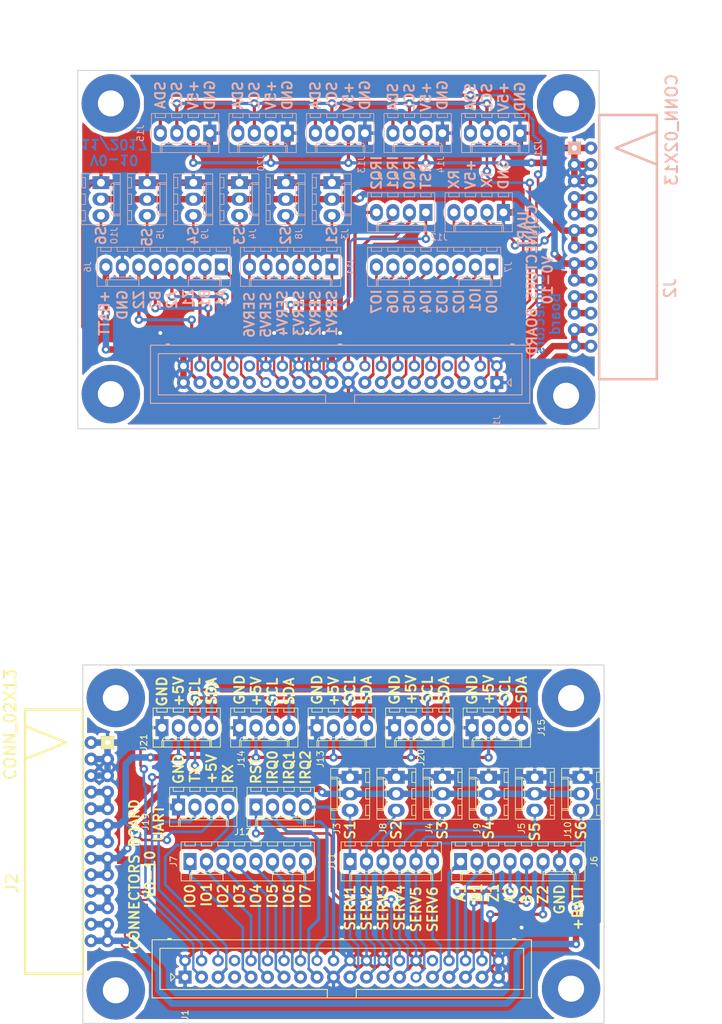
<source format=kicad_pcb>
(kicad_pcb (version 4) (host pcbnew 4.0.6)
  (layers (0 F.Cu signal) (31 B.Cu signal) (34 B.Paste user) (35 F.Paste user) (36 B.SilkS user) (37 F.SilkS user) (38 B.Mask user) (39 F.Mask user) (44 Edge.Cuts user))
  (net 0 "")
  (net 1 GND)
  (net 2 /SDA)
  (net 3 /SCL)
  (net 4 /RX)
  (net 5 /TX)
  (net 6 "Net-(J1-Pad7)")
  (net 7 "Net-(J1-Pad8)")
  (net 8 /IO0)
  (net 9 /IO1)
  (net 10 /IO2)
  (net 11 /IO3)
  (net 12 /IO4)
  (net 13 /IO5)
  (net 14 /IO6)
  (net 15 /IO7)
  (net 16 /IRQ1)
  (net 17 /IRQ2)
  (net 18 /SERV1)
  (net 19 /SERV2)
  (net 20 /SERV3)
  (net 21 /SERV4)
  (net 22 /RST)
  (net 23 /SERV5)
  (net 24 /SERV6)
  (net 25 "Net-(J1-Pad32)")
  (net 26 /A2)
  (net 27 /A1)
  (net 28 /B2)
  (net 29 /B1)
  (net 30 /Z2)
  (net 31 /Z1)
  (net 32 +BATT)
  (net 33 +12V)
  (net 34 +5VA)
  (net 35 +5V)
  (net 36 +3V3)
  (net 37 /IRQ0)
  (net 38 "Net-(K1-Pad1)")
  (net 39 "Net-(K2-Pad1)")
  (net 40 "Net-(K3-Pad1)")
  (net 41 "Net-(K4-Pad1)")
  (module CEN-PCB:COLONETTE (layer B.Cu) (at 20.066 40.386 90)
    (fp_text reference K4 (at 0 0 90) (layer B.SilkS) (effects (font (thickness 0.3048)) (justify mirror)))
    (fp_text value COLONETTE hide)
    (pad 1 thru_hole circle (at 0 0 90) (size 8.99922 8.99922) (drill 4.0005) (layers *.Cu) (net 41 "Net-(K4-Pad1)"))
    (pad 1 thru_hole circle (at 0 0 90) (size 2 2) (drill 0.6) (layers *.Cu *.Mask B.SilkS) (net 41 "Net-(K4-Pad1)"))
  )
  (module CEN-PCB:COLONETTE (layer B.Cu) (at 20.066 85.09 90)
    (fp_text reference K3 (at 0 0 90) (layer B.SilkS) (effects (font (thickness 0.3048)) (justify mirror)))
    (fp_text value COLONETTE hide)
    (pad 1 thru_hole circle (at 0 0 90) (size 8.99922 8.99922) (drill 4.0005) (layers *.Cu) (net 40 "Net-(K3-Pad1)"))
    (pad 1 thru_hole circle (at 0 0 90) (size 2 2) (drill 0.6) (layers *.Cu *.Mask B.SilkS) (net 40 "Net-(K3-Pad1)"))
  )
  (module CEN-PCB:COLONETTE (layer B.Cu) (at 90.17 40.386 90)
    (fp_text reference K2 (at 0 0 90) (layer B.SilkS) (effects (font (thickness 0.3048)) (justify mirror)))
    (fp_text value COLONETTE hide)
    (pad 1 thru_hole circle (at 0 0 90) (size 8.99922 8.99922) (drill 4.0005) (layers *.Cu) (net 39 "Net-(K2-Pad1)"))
    (pad 1 thru_hole circle (at 0 0 90) (size 2 2) (drill 0.6) (layers *.Cu *.Mask B.SilkS) (net 39 "Net-(K2-Pad1)"))
  )
  (module CEN-PCB:COLONETTE (layer B.Cu) (at 90.17 85.344 90)
    (fp_text reference K1 (at 0 0 90) (layer B.SilkS) (effects (font (thickness 0.3048)) (justify mirror)))
    (fp_text value COLONETTE hide)
    (pad 1 thru_hole circle (at 0 0 90) (size 8.99922 8.99922) (drill 4.0005) (layers *.Cu) (net 38 "Net-(K1-Pad1)"))
    (pad 1 thru_hole circle (at 0 0 90) (size 2 2) (drill 0.6) (layers *.Cu *.Mask B.SilkS) (net 38 "Net-(K1-Pad1)"))
  )
  (module Connectors_Molex:Molex_KK-6410-04_04x2.54mm_Straight (layer B.Cu) (at 71.12 44.958 180)
    (fp_text reference J14 (at 0.254 -4.826 450) (layer B.SilkS) (effects (justify mirror)))
    (fp_text value CONN_01X04)
    (pad 1 thru_hole rect (at 0 0 180) (size 2 2.6) (drill 1.2) (layers *.Cu *.Mask) (net 1 GND))
    (pad 2 thru_hole oval (at 2.54 0 180) (size 2 2.6) (drill 1.2) (layers *.Cu *.Mask) (net 35 +5V))
    (pad 3 thru_hole oval (at 5.08 0 180) (size 2 2.6) (drill 1.2) (layers *.Cu *.Mask) (net 3 /SCL))
    (pad 4 thru_hole oval (at 7.62 0 180) (size 2 2.6) (drill 1.2) (layers *.Cu *.Mask) (net 2 /SDA))
  )
  (module Connectors_Molex:Molex_KK-6410-04_04x2.54mm_Straight (layer B.Cu) (at 47.244 44.958 180)
    (fp_text reference J20 (at 4.064 -4.572 450) (layer B.SilkS) (effects (justify mirror)))
    (fp_text value CONN_01X04)
    (pad 1 thru_hole rect (at 0 0 180) (size 2 2.6) (drill 1.2) (layers *.Cu *.Mask) (net 1 GND))
    (pad 2 thru_hole oval (at 2.54 0 180) (size 2 2.6) (drill 1.2) (layers *.Cu *.Mask) (net 35 +5V))
    (pad 3 thru_hole oval (at 5.08 0 180) (size 2 2.6) (drill 1.2) (layers *.Cu *.Mask) (net 3 /SCL))
    (pad 4 thru_hole oval (at 7.62 0 180) (size 2 2.6) (drill 1.2) (layers *.Cu *.Mask) (net 2 /SDA))
  )
  (module Connectors_Molex:Molex_KK-6410-04_04x2.54mm_Straight (layer B.Cu) (at 35.306 44.958 180)
    (fp_text reference J15 (at 10.668 0 450) (layer B.SilkS) (effects (justify mirror)))
    (fp_text value CONN_01X04)
    (pad 1 thru_hole rect (at 0 0 180) (size 2 2.6) (drill 1.2) (layers *.Cu *.Mask) (net 1 GND))
    (pad 2 thru_hole oval (at 2.54 0 180) (size 2 2.6) (drill 1.2) (layers *.Cu *.Mask) (net 35 +5V))
    (pad 3 thru_hole oval (at 5.08 0 180) (size 2 2.6) (drill 1.2) (layers *.Cu *.Mask) (net 3 /SCL))
    (pad 4 thru_hole oval (at 7.62 0 180) (size 2 2.6) (drill 1.2) (layers *.Cu *.Mask) (net 2 /SDA))
  )
  (module Connectors_Molex:Molex_KK-6410-03_03x2.54mm_Straight (layer B.Cu) (at 46.99 52.578 270)
    (fp_text reference J8 (at 7.874 -2.032 270) (layer B.SilkS) (effects (justify mirror)))
    (fp_text value CONN_01X03)
    (pad 1 thru_hole rect (at 0 0 270) (size 2 2.6) (drill 1.2) (layers *.Cu *.Mask) (net 1 GND))
    (pad 2 thru_hole oval (at 2.54 0 270) (size 2 2.6) (drill 1.2) (layers *.Cu *.Mask) (net 34 +5VA))
    (pad 3 thru_hole oval (at 5.08 0 270) (size 2 2.6) (drill 1.2) (layers *.Cu *.Mask) (net 19 /SERV2))
  )
  (module Connectors_Molex:Molex_KK-6410-03_03x2.54mm_Straight (layer B.Cu) (at 25.654 52.578 270)
    (fp_text reference J5 (at 7.874 -2.032 270) (layer B.SilkS) (effects (justify mirror)))
    (fp_text value CONN_01X03)
    (pad 1 thru_hole rect (at 0 0 270) (size 2 2.6) (drill 1.2) (layers *.Cu *.Mask) (net 1 GND))
    (pad 2 thru_hole oval (at 2.54 0 270) (size 2 2.6) (drill 1.2) (layers *.Cu *.Mask) (net 34 +5VA))
    (pad 3 thru_hole oval (at 5.08 0 270) (size 2 2.6) (drill 1.2) (layers *.Cu *.Mask) (net 23 /SERV5))
  )
  (module Connectors_Molex:Molex_KK-6410-03_03x2.54mm_Straight (layer B.Cu) (at 54.102 52.578 270)
    (fp_text reference J3 (at 7.874 -2.032 270) (layer B.SilkS) (effects (justify mirror)))
    (fp_text value CONN_01X03)
    (pad 1 thru_hole rect (at 0 0 270) (size 2 2.6) (drill 1.2) (layers *.Cu *.Mask) (net 1 GND))
    (pad 2 thru_hole oval (at 2.54 0 270) (size 2 2.6) (drill 1.2) (layers *.Cu *.Mask) (net 34 +5VA))
    (pad 3 thru_hole oval (at 5.08 0 270) (size 2 2.6) (drill 1.2) (layers *.Cu *.Mask) (net 18 /SERV1))
  )
  (module Connectors_Molex:Molex_KK-6410-04_04x2.54mm_Straight (layer B.Cu) (at 80.518 57.15 180)
    (fp_text reference J19 (at -5.08 -2.286 450) (layer B.SilkS) (effects (justify mirror)))
    (fp_text value CONN_01X04)
    (pad 1 thru_hole rect (at 0 0 180) (size 2 2.6) (drill 1.2) (layers *.Cu *.Mask) (net 1 GND))
    (pad 2 thru_hole oval (at 2.54 0 180) (size 2 2.6) (drill 1.2) (layers *.Cu *.Mask) (net 5 /TX))
    (pad 3 thru_hole oval (at 5.08 0 180) (size 2 2.6) (drill 1.2) (layers *.Cu *.Mask) (net 35 +5V))
    (pad 4 thru_hole oval (at 7.62 0 180) (size 2 2.6) (drill 1.2) (layers *.Cu *.Mask) (net 4 /RX))
  )
  (module Connectors_Molex:Molex_KK-6410-04_04x2.54mm_Straight (layer B.Cu) (at 68.58 57.15 180)
    (fp_text reference J12 (at -2.032 -3.81 180) (layer B.SilkS) (effects (justify mirror)))
    (fp_text value CONN_01X04)
    (pad 1 thru_hole rect (at 0 0 180) (size 2 2.6) (drill 1.2) (layers *.Cu *.Mask) (net 22 /RST))
    (pad 2 thru_hole oval (at 2.54 0 180) (size 2 2.6) (drill 1.2) (layers *.Cu *.Mask) (net 37 /IRQ0))
    (pad 3 thru_hole oval (at 5.08 0 180) (size 2 2.6) (drill 1.2) (layers *.Cu *.Mask) (net 16 /IRQ1))
    (pad 4 thru_hole oval (at 7.62 0 180) (size 2 2.6) (drill 1.2) (layers *.Cu *.Mask) (net 17 /IRQ2))
  )
  (module Connectors_Molex:Molex_KK-6410-06_06x2.54mm_Straight (layer B.Cu) (at 54.102 65.532 180)
    (fp_text reference J11 (at -2.794 0 450) (layer B.SilkS) (effects (justify mirror)))
    (fp_text value CONN_01X06)
    (pad 1 thru_hole rect (at 0 0 180) (size 2 2.6) (drill 1.2) (layers *.Cu *.Mask) (net 18 /SERV1))
    (pad 2 thru_hole oval (at 2.54 0 180) (size 2 2.6) (drill 1.2) (layers *.Cu *.Mask) (net 19 /SERV2))
    (pad 3 thru_hole oval (at 5.08 0 180) (size 2 2.6) (drill 1.2) (layers *.Cu *.Mask) (net 20 /SERV3))
    (pad 4 thru_hole oval (at 7.62 0 180) (size 2 2.6) (drill 1.2) (layers *.Cu *.Mask) (net 21 /SERV4))
    (pad 5 thru_hole oval (at 10.16 0 180) (size 2 2.6) (drill 1.2) (layers *.Cu *.Mask) (net 23 /SERV5))
    (pad 6 thru_hole oval (at 12.7 0 180) (size 2 2.6) (drill 1.2) (layers *.Cu *.Mask) (net 24 /SERV6))
  )
  (module Connectors_Molex:Molex_KK-6410-08_08x2.54mm_Straight (layer B.Cu) (at 78.74 65.532 180)
    (fp_text reference J7 (at -2.54 0 450) (layer B.SilkS) (effects (justify mirror)))
    (fp_text value CONN_01X08)
    (pad 1 thru_hole rect (at 0 0 180) (size 2 2.6) (drill 1.2) (layers *.Cu *.Mask) (net 8 /IO0))
    (pad 2 thru_hole oval (at 2.54 0 180) (size 2 2.6) (drill 1.2) (layers *.Cu *.Mask) (net 9 /IO1))
    (pad 3 thru_hole oval (at 5.08 0 180) (size 2 2.6) (drill 1.2) (layers *.Cu *.Mask) (net 10 /IO2))
    (pad 4 thru_hole oval (at 7.62 0 180) (size 2 2.6) (drill 1.2) (layers *.Cu *.Mask) (net 11 /IO3))
    (pad 5 thru_hole oval (at 10.16 0 180) (size 2 2.6) (drill 1.2) (layers *.Cu *.Mask) (net 12 /IO4))
    (pad 6 thru_hole oval (at 12.7 0 180) (size 2 2.6) (drill 1.2) (layers *.Cu *.Mask) (net 13 /IO5))
    (pad 7 thru_hole oval (at 15.24 0 180) (size 2 2.6) (drill 1.2) (layers *.Cu *.Mask) (net 14 /IO6))
    (pad 8 thru_hole oval (at 17.78 0 180) (size 2 2.6) (drill 1.2) (layers *.Cu *.Mask) (net 15 /IO7))
  )
  (module Connectors_Multicomp:Multicomp_MC9A12-4034_2x20x2.54mm_Straight (layer B.Cu) (at 79.502 83.312 180)
    (fp_text reference J1 (at 0 -5.842 450) (layer B.SilkS) (effects (justify mirror)))
    (fp_text value CONN_02X20)
    (pad 1 thru_hole rect (at 0 0 180) (size 2 2) (drill 1) (layers *.Cu *.Mask) (net 1 GND))
    (pad 2 thru_hole circle (at 0 2.54 180) (size 1.78 1.78) (drill 1) (layers *.Cu *.Mask) (net 1 GND))
    (pad 3 thru_hole circle (at 2.54 0 180) (size 2 2) (drill 1) (layers *.Cu *.Mask) (net 2 /SDA))
    (pad 4 thru_hole circle (at 2.54 2.54 180) (size 1.78 1.78) (drill 1) (layers *.Cu *.Mask) (net 3 /SCL))
    (pad 5 thru_hole circle (at 5.08 0 180) (size 2 2) (drill 1) (layers *.Cu *.Mask) (net 4 /RX))
    (pad 6 thru_hole circle (at 5.08 2.54 180) (size 1.78 1.78) (drill 1) (layers *.Cu *.Mask) (net 5 /TX))
    (pad 7 thru_hole circle (at 7.62 0 180) (size 2 2) (drill 1) (layers *.Cu *.Mask) (net 6 "Net-(J1-Pad7)"))
    (pad 8 thru_hole circle (at 7.62 2.54 180) (size 1.78 1.78) (drill 1) (layers *.Cu *.Mask) (net 7 "Net-(J1-Pad8)"))
    (pad 9 thru_hole circle (at 10.16 0 180) (size 2 2) (drill 1) (layers *.Cu *.Mask) (net 8 /IO0))
    (pad 10 thru_hole circle (at 10.16 2.54 180) (size 1.78 1.78) (drill 1) (layers *.Cu *.Mask) (net 9 /IO1))
    (pad 11 thru_hole circle (at 12.7 0 180) (size 2 2) (drill 1) (layers *.Cu *.Mask) (net 10 /IO2))
    (pad 12 thru_hole circle (at 12.7 2.54 180) (size 1.78 1.78) (drill 1) (layers *.Cu *.Mask) (net 11 /IO3))
    (pad 13 thru_hole circle (at 15.24 0 180) (size 2 2) (drill 1) (layers *.Cu *.Mask) (net 12 /IO4))
    (pad 14 thru_hole circle (at 15.24 2.54 180) (size 1.78 1.78) (drill 1) (layers *.Cu *.Mask) (net 13 /IO5))
    (pad 15 thru_hole circle (at 17.78 0 180) (size 2 2) (drill 1) (layers *.Cu *.Mask) (net 14 /IO6))
    (pad 16 thru_hole circle (at 17.78 2.54 180) (size 1.78 1.78) (drill 1) (layers *.Cu *.Mask) (net 15 /IO7))
    (pad 17 thru_hole circle (at 20.32 0 180) (size 2 2) (drill 1) (layers *.Cu *.Mask) (net 37 /IRQ0))
    (pad 18 thru_hole circle (at 20.32 2.54 180) (size 1.7 1.7) (drill 1) (layers *.Cu *.Mask) (net 16 /IRQ1))
    (pad 19 thru_hole circle (at 22.86 0 180) (size 2 2) (drill 1) (layers *.Cu *.Mask) (net 1 GND))
    (pad 20 thru_hole circle (at 22.86 2.54 180) (size 1.78 1.78) (drill 1) (layers *.Cu *.Mask) (net 17 /IRQ2))
    (pad 21 thru_hole circle (at 25.4 0 180) (size 2 2) (drill 1) (layers *.Cu *.Mask) (net 18 /SERV1))
    (pad 22 thru_hole circle (at 25.4 2.54 180) (size 1.78 1.78) (drill 1) (layers *.Cu *.Mask) (net 1 GND))
    (pad 23 thru_hole circle (at 27.94 0 180) (size 2 2) (drill 1) (layers *.Cu *.Mask) (net 19 /SERV2))
    (pad 24 thru_hole circle (at 27.94 2.54 180) (size 1.78 1.78) (drill 1) (layers *.Cu *.Mask) (net 1 GND))
    (pad 25 thru_hole circle (at 30.48 0 180) (size 2 2) (drill 1) (layers *.Cu *.Mask) (net 20 /SERV3))
    (pad 26 thru_hole circle (at 30.48 2.54 180) (size 1.7 1.7) (drill 1) (layers *.Cu *.Mask) (net 1 GND))
    (pad 27 thru_hole circle (at 33.02 0 180) (size 2 2) (drill 1) (layers *.Cu *.Mask) (net 21 /SERV4))
    (pad 28 thru_hole circle (at 33.02 2.54 180) (size 1.78 1.78) (drill 1) (layers *.Cu *.Mask) (net 22 /RST))
    (pad 29 thru_hole circle (at 35.56 0 180) (size 1.7 1.7) (drill 1) (layers *.Cu *.Mask) (net 23 /SERV5))
    (pad 30 thru_hole circle (at 35.56 2.54 180) (size 1.78 1.78) (drill 1) (layers *.Cu *.Mask) (net 1 GND))
    (pad 31 thru_hole circle (at 38.1 0 180) (size 2 2) (drill 1) (layers *.Cu *.Mask) (net 24 /SERV6))
    (pad 32 thru_hole circle (at 38.1 2.54 180) (size 1.78 1.78) (drill 1) (layers *.Cu *.Mask) (net 25 "Net-(J1-Pad32)"))
    (pad 33 thru_hole circle (at 40.64 0 180) (size 2 2) (drill 1) (layers *.Cu *.Mask) (net 26 /A2))
    (pad 34 thru_hole circle (at 40.64 2.54 180) (size 1.78 1.78) (drill 1) (layers *.Cu *.Mask) (net 27 /A1))
    (pad 35 thru_hole circle (at 43.18 0 180) (size 2 2) (drill 1) (layers *.Cu *.Mask) (net 28 /B2))
    (pad 36 thru_hole circle (at 43.18 2.54 180) (size 1.78 1.78) (drill 1) (layers *.Cu *.Mask) (net 29 /B1))
    (pad 37 thru_hole circle (at 45.72 0 180) (size 2 2) (drill 1) (layers *.Cu *.Mask) (net 30 /Z2))
    (pad 38 thru_hole circle (at 45.72 2.54 180) (size 1.78 1.78) (drill 1) (layers *.Cu *.Mask) (net 31 /Z1))
    (pad 39 thru_hole circle (at 48.26 0 180) (size 2 2) (drill 1) (layers *.Cu *.Mask) (net 1 GND))
    (pad 40 thru_hole circle (at 48.26 2.54 180) (size 1.78 1.78) (drill 1) (layers *.Cu *.Mask) (net 1 GND))
  )
  (module Connectors_Molex:Molex_KK-6410-08_08x2.54mm_Straight (layer B.Cu) (at 37.084 65.532 180)
    (fp_text reference J6 (at 20.574 0 450) (layer B.SilkS) (effects (justify mirror)))
    (fp_text value CONN_01X08)
    (pad 1 thru_hole rect (at 0 0 180) (size 2 2.6) (drill 1.2) (layers *.Cu *.Mask) (net 27 /A1))
    (pad 2 thru_hole oval (at 2.54 0 180) (size 2 2.6) (drill 1.2) (layers *.Cu *.Mask) (net 29 /B1))
    (pad 3 thru_hole oval (at 5.08 0 180) (size 2 2.6) (drill 1.2) (layers *.Cu *.Mask) (net 31 /Z1))
    (pad 4 thru_hole oval (at 7.62 0 180) (size 2 2.6) (drill 1.2) (layers *.Cu *.Mask) (net 26 /A2))
    (pad 5 thru_hole oval (at 10.16 0 180) (size 2 2.6) (drill 1.2) (layers *.Cu *.Mask) (net 28 /B2))
    (pad 6 thru_hole oval (at 12.7 0 180) (size 2 2.6) (drill 1.2) (layers *.Cu *.Mask) (net 30 /Z2))
    (pad 7 thru_hole oval (at 15.24 0 180) (size 2 2.6) (drill 1.2) (layers *.Cu *.Mask) (net 1 GND))
    (pad 8 thru_hole oval (at 17.78 0 180) (size 2 2.6) (drill 1.2) (layers *.Cu *.Mask) (net 32 +BATT))
  )
  (module Connectors_Molex:Molex_KK-6410-04_04x2.54mm_Straight (layer B.Cu) (at 83.058 44.958 180)
    (fp_text reference J21 (at -2.794 -2.286 450) (layer B.SilkS) (effects (justify mirror)))
    (fp_text value CONN_01X04)
    (pad 1 thru_hole rect (at 0 0 180) (size 2 2.6) (drill 1.2) (layers *.Cu *.Mask) (net 1 GND))
    (pad 2 thru_hole oval (at 2.54 0 180) (size 2 2.6) (drill 1.2) (layers *.Cu *.Mask) (net 35 +5V))
    (pad 3 thru_hole oval (at 5.08 0 180) (size 2 2.6) (drill 1.2) (layers *.Cu *.Mask) (net 3 /SCL))
    (pad 4 thru_hole oval (at 7.62 0 180) (size 2 2.6) (drill 1.2) (layers *.Cu *.Mask) (net 2 /SDA))
  )
  (module f4deb-mod-library:he10-26c-f (layer B.Cu) (at 91.44 47.244 90)
    (fp_text reference J2 (at -21.59 14.732 90) (layer B.SilkS) (effects (font (size 1.778 1.778) (thickness 0.3048)) (justify mirror)))
    (fp_text value CONN_02X13 (at 2.794 14.986 270) (layer B.SilkS) (effects (font (size 1.778 1.778) (thickness 0.3048)) (justify mirror)))
    (pad 1 thru_hole rect (at 0 0 270) (size 2 2) (drill 0.8128) (layers *.Cu *.Mask B.SilkS) (net 1 GND))
    (pad 2 thru_hole circle (at 0 2.54 90) (size 2 2) (drill 1) (layers *.Cu *.Mask) (net 1 GND))
    (pad 3 thru_hole circle (at -2.54 0 90) (size 2 2) (drill 1) (layers *.Cu *.Mask) (net 1 GND))
    (pad 4 thru_hole circle (at -2.54 2.54 90) (size 2 2) (drill 1) (layers *.Cu *.Mask) (net 1 GND))
    (pad 5 thru_hole circle (at -5.08 0 90) (size 2 2) (drill 1) (layers *.Cu *.Mask) (net 1 GND))
    (pad 6 thru_hole circle (at -5.08 2.54 90) (size 2 2) (drill 1) (layers *.Cu *.Mask) (net 1 GND))
    (pad 7 thru_hole circle (at -7.62 0 90) (size 2 2) (drill 1) (layers *.Cu *.Mask) (net 36 +3V3))
    (pad 8 thru_hole circle (at -7.62 2.54 90) (size 2 2) (drill 1) (layers *.Cu *.Mask) (net 36 +3V3))
    (pad 9 thru_hole circle (at -10.16 0 90) (size 2 2) (drill 1) (layers *.Cu *.Mask) (net 36 +3V3))
    (pad 10 thru_hole circle (at -10.16 2.54 90) (size 2 2) (drill 1) (layers *.Cu *.Mask) (net 36 +3V3))
    (pad 11 thru_hole circle (at -12.7 0 90) (size 2 2) (drill 1) (layers *.Cu *.Mask) (net 35 +5V))
    (pad 12 thru_hole circle (at -12.7 2.54 90) (size 2 2) (drill 1) (layers *.Cu *.Mask) (net 35 +5V))
    (pad 13 thru_hole circle (at -15.24 0 90) (size 2 2) (drill 1) (layers *.Cu *.Mask) (net 35 +5V))
    (pad 14 thru_hole circle (at -15.24 2.54 90) (size 2 2) (drill 1) (layers *.Cu *.Mask) (net 35 +5V))
    (pad 15 thru_hole circle (at -17.78 0 90) (size 2 2) (drill 1) (layers *.Cu *.Mask) (net 34 +5VA))
    (pad 16 thru_hole circle (at -17.78 2.54 90) (size 2 2) (drill 1) (layers *.Cu *.Mask) (net 34 +5VA))
    (pad 17 thru_hole circle (at -20.32 0 90) (size 2 2) (drill 1) (layers *.Cu *.Mask) (net 34 +5VA))
    (pad 18 thru_hole circle (at -20.32 2.54 90) (size 2 2) (drill 1) (layers *.Cu *.Mask) (net 34 +5VA))
    (pad 19 thru_hole circle (at -22.86 0 90) (size 2 2) (drill 1) (layers *.Cu *.Mask) (net 33 +12V))
    (pad 20 thru_hole circle (at -22.86 2.54 90) (size 2 2) (drill 1) (layers *.Cu *.Mask) (net 33 +12V))
    (pad 21 thru_hole circle (at -25.4 0 90) (size 2 2) (drill 1) (layers *.Cu *.Mask) (net 33 +12V))
    (pad 22 thru_hole circle (at -25.4 2.54 90) (size 2 2) (drill 1) (layers *.Cu *.Mask) (net 33 +12V))
    (pad 23 thru_hole circle (at -27.94 0 90) (size 2 2) (drill 1) (layers *.Cu *.Mask) (net 32 +BATT))
    (pad 24 thru_hole circle (at -27.94 2.54 90) (size 2 2) (drill 1) (layers *.Cu *.Mask) (net 32 +BATT))
    (pad 25 thru_hole circle (at -30.48 0 90) (size 2 2) (drill 1) (layers *.Cu *.Mask) (net 32 +BATT))
    (pad 26 thru_hole circle (at -30.48 2.54 90) (size 2 2) (drill 1) (layers *.Cu *.Mask) (net 32 +BATT))
  )
  (module Connectors_Molex:Molex_KK-6410-04_04x2.54mm_Straight (layer B.Cu) (at 59.182 44.958 180)
    (fp_text reference J13 (at 0.508 -4.826 450) (layer B.SilkS) (effects (justify mirror)))
    (fp_text value CONN_01X04)
    (pad 1 thru_hole rect (at 0 0 180) (size 2 2.6) (drill 1.2) (layers *.Cu *.Mask) (net 1 GND))
    (pad 2 thru_hole oval (at 2.54 0 180) (size 2 2.6) (drill 1.2) (layers *.Cu *.Mask) (net 35 +5V))
    (pad 3 thru_hole oval (at 5.08 0 180) (size 2 2.6) (drill 1.2) (layers *.Cu *.Mask) (net 3 /SCL))
    (pad 4 thru_hole oval (at 7.62 0 180) (size 2 2.6) (drill 1.2) (layers *.Cu *.Mask) (net 2 /SDA))
  )
  (module Connectors_Molex:Molex_KK-6410-03_03x2.54mm_Straight (layer B.Cu) (at 32.766 52.578 270)
    (fp_text reference J9 (at 7.874 -1.778 270) (layer B.SilkS) (effects (justify mirror)))
    (fp_text value CONN_01X03)
    (pad 1 thru_hole rect (at 0 0 270) (size 2 2.6) (drill 1.2) (layers *.Cu *.Mask) (net 1 GND))
    (pad 2 thru_hole oval (at 2.54 0 270) (size 2 2.6) (drill 1.2) (layers *.Cu *.Mask) (net 34 +5VA))
    (pad 3 thru_hole oval (at 5.08 0 270) (size 2 2.6) (drill 1.2) (layers *.Cu *.Mask) (net 21 /SERV4))
  )
  (module Connectors_Molex:Molex_KK-6410-03_03x2.54mm_Straight (layer B.Cu) (at 39.878 52.578 270)
    (fp_text reference J4 (at 7.874 -2.032 270) (layer B.SilkS) (effects (justify mirror)))
    (fp_text value CONN_01X03)
    (pad 1 thru_hole rect (at 0 0 270) (size 2 2.6) (drill 1.2) (layers *.Cu *.Mask) (net 1 GND))
    (pad 2 thru_hole oval (at 2.54 0 270) (size 2 2.6) (drill 1.2) (layers *.Cu *.Mask) (net 34 +5VA))
    (pad 3 thru_hole oval (at 5.08 0 270) (size 2 2.6) (drill 1.2) (layers *.Cu *.Mask) (net 20 /SERV3))
  )
  (module Connectors_Molex:Molex_KK-6410-03_03x2.54mm_Straight (layer B.Cu) (at 18.542 52.578 270)
    (fp_text reference J10 (at 8.128 -2.032 270) (layer B.SilkS) (effects (justify mirror)))
    (fp_text value CONN_01X03)
    (pad 1 thru_hole rect (at 0 0 270) (size 2 2.6) (drill 1.2) (layers *.Cu *.Mask) (net 1 GND))
    (pad 2 thru_hole oval (at 2.54 0 270) (size 2 2.6) (drill 1.2) (layers *.Cu *.Mask) (net 34 +5VA))
    (pad 3 thru_hole oval (at 5.08 0 270) (size 2 2.6) (drill 1.2) (layers *.Cu *.Mask) (net 24 /SERV6))
  )
  (module Connectors_Molex:Molex_KK-6410-04_04x2.54mm_Straight (layer B.Cu) (at 83.058 44.958 180)
    (fp_text reference J21 (at -2.794 -2.286 450) (layer B.SilkS) (effects (justify mirror)))
    (fp_text value CONN_01X04)
    (pad 1 thru_hole rect (at 0 0 180) (size 2 2.6) (drill 1.2) (layers *.Cu *.Mask) (net 1 GND))
    (pad 2 thru_hole oval (at 2.54 0 180) (size 2 2.6) (drill 1.2) (layers *.Cu *.Mask) (net 35 +5V))
    (pad 3 thru_hole oval (at 5.08 0 180) (size 2 2.6) (drill 1.2) (layers *.Cu *.Mask) (net 3 /SCL))
    (pad 4 thru_hole oval (at 7.62 0 180) (size 2 2.6) (drill 1.2) (layers *.Cu *.Mask) (net 2 /SDA))
  )
  (module Connectors_Molex:Molex_KK-6410-04_04x2.54mm_Straight (layer F.Cu) (at 27.94 136.398)
    (fp_text reference J21 (at -2.794 2.286 90) (layer F.SilkS))
    (fp_text value CONN_01X04)
    (pad 1 thru_hole rect (at 0 0) (size 2 2.6) (drill 1.2) (layers *.Cu *.Mask) (net 1 GND))
    (pad 2 thru_hole oval (at 2.54 0) (size 2 2.6) (drill 1.2) (layers *.Cu *.Mask) (net 35 +5V))
    (pad 3 thru_hole oval (at 5.08 0) (size 2 2.6) (drill 1.2) (layers *.Cu *.Mask) (net 3 /SCL))
    (pad 4 thru_hole oval (at 7.62 0) (size 2 2.6) (drill 1.2) (layers *.Cu *.Mask) (net 2 /SDA))
  )
  (module Connectors_Molex:Molex_KK-6410-03_03x2.54mm_Straight (layer F.Cu) (at 92.456 144.018 270)
    (fp_text reference J10 (at 8.128 2.032 270) (layer F.SilkS))
    (fp_text value CONN_01X03)
    (pad 1 thru_hole rect (at 0 0 270) (size 2 2.6) (drill 1.2) (layers *.Cu *.Mask) (net 1 GND))
    (pad 2 thru_hole oval (at 2.54 0 270) (size 2 2.6) (drill 1.2) (layers *.Cu *.Mask) (net 34 +5VA))
    (pad 3 thru_hole oval (at 5.08 0 270) (size 2 2.6) (drill 1.2) (layers *.Cu *.Mask) (net 24 /SERV6))
  )
  (module Connectors_Molex:Molex_KK-6410-03_03x2.54mm_Straight (layer F.Cu) (at 71.12 144.018 270)
    (fp_text reference J4 (at 7.874 2.032 270) (layer F.SilkS))
    (fp_text value CONN_01X03)
    (pad 1 thru_hole rect (at 0 0 270) (size 2 2.6) (drill 1.2) (layers *.Cu *.Mask) (net 1 GND))
    (pad 2 thru_hole oval (at 2.54 0 270) (size 2 2.6) (drill 1.2) (layers *.Cu *.Mask) (net 34 +5VA))
    (pad 3 thru_hole oval (at 5.08 0 270) (size 2 2.6) (drill 1.2) (layers *.Cu *.Mask) (net 20 /SERV3))
  )
  (module Connectors_Molex:Molex_KK-6410-03_03x2.54mm_Straight (layer F.Cu) (at 78.232 144.018 270)
    (fp_text reference J9 (at 7.874 1.778 270) (layer F.SilkS))
    (fp_text value CONN_01X03)
    (pad 1 thru_hole rect (at 0 0 270) (size 2 2.6) (drill 1.2) (layers *.Cu *.Mask) (net 1 GND))
    (pad 2 thru_hole oval (at 2.54 0 270) (size 2 2.6) (drill 1.2) (layers *.Cu *.Mask) (net 34 +5VA))
    (pad 3 thru_hole oval (at 5.08 0 270) (size 2 2.6) (drill 1.2) (layers *.Cu *.Mask) (net 21 /SERV4))
  )
  (module Connectors_Molex:Molex_KK-6410-04_04x2.54mm_Straight (layer F.Cu) (at 51.816 136.398)
    (fp_text reference J13 (at 0.508 4.826 90) (layer F.SilkS))
    (fp_text value CONN_01X04)
    (pad 1 thru_hole rect (at 0 0) (size 2 2.6) (drill 1.2) (layers *.Cu *.Mask) (net 1 GND))
    (pad 2 thru_hole oval (at 2.54 0) (size 2 2.6) (drill 1.2) (layers *.Cu *.Mask) (net 35 +5V))
    (pad 3 thru_hole oval (at 5.08 0) (size 2 2.6) (drill 1.2) (layers *.Cu *.Mask) (net 3 /SCL))
    (pad 4 thru_hole oval (at 7.62 0) (size 2 2.6) (drill 1.2) (layers *.Cu *.Mask) (net 2 /SDA))
  )
  (module f4deb-mod-library:he10-26c-f (layer F.Cu) (at 19.558 138.684 90)
    (fp_text reference J2 (at -21.59 -14.732 90) (layer F.SilkS) (effects (font (size 1.778 1.778) (thickness 0.3048))))
    (fp_text value CONN_02X13 (at 2.794 -14.986 270) (layer F.SilkS) (effects (font (size 1.778 1.778) (thickness 0.3048))))
    (pad 1 thru_hole rect (at 0 0 270) (size 2 2) (drill 0.8128) (layers *.Cu *.Mask F.SilkS) (net 1 GND))
    (pad 2 thru_hole circle (at 0 -2.54 90) (size 2 2) (drill 1) (layers *.Cu *.Mask) (net 1 GND))
    (pad 3 thru_hole circle (at -2.54 0 90) (size 2 2) (drill 1) (layers *.Cu *.Mask) (net 1 GND))
    (pad 4 thru_hole circle (at -2.54 -2.54 90) (size 2 2) (drill 1) (layers *.Cu *.Mask) (net 1 GND))
    (pad 5 thru_hole circle (at -5.08 0 90) (size 2 2) (drill 1) (layers *.Cu *.Mask) (net 1 GND))
    (pad 6 thru_hole circle (at -5.08 -2.54 90) (size 2 2) (drill 1) (layers *.Cu *.Mask) (net 1 GND))
    (pad 7 thru_hole circle (at -7.62 0 90) (size 2 2) (drill 1) (layers *.Cu *.Mask) (net 36 +3V3))
    (pad 8 thru_hole circle (at -7.62 -2.54 90) (size 2 2) (drill 1) (layers *.Cu *.Mask) (net 36 +3V3))
    (pad 9 thru_hole circle (at -10.16 0 90) (size 2 2) (drill 1) (layers *.Cu *.Mask) (net 36 +3V3))
    (pad 10 thru_hole circle (at -10.16 -2.54 90) (size 2 2) (drill 1) (layers *.Cu *.Mask) (net 36 +3V3))
    (pad 11 thru_hole circle (at -12.7 0 90) (size 2 2) (drill 1) (layers *.Cu *.Mask) (net 35 +5V))
    (pad 12 thru_hole circle (at -12.7 -2.54 90) (size 2 2) (drill 1) (layers *.Cu *.Mask) (net 35 +5V))
    (pad 13 thru_hole circle (at -15.24 0 90) (size 2 2) (drill 1) (layers *.Cu *.Mask) (net 35 +5V))
    (pad 14 thru_hole circle (at -15.24 -2.54 90) (size 2 2) (drill 1) (layers *.Cu *.Mask) (net 35 +5V))
    (pad 15 thru_hole circle (at -17.78 0 90) (size 2 2) (drill 1) (layers *.Cu *.Mask) (net 34 +5VA))
    (pad 16 thru_hole circle (at -17.78 -2.54 90) (size 2 2) (drill 1) (layers *.Cu *.Mask) (net 34 +5VA))
    (pad 17 thru_hole circle (at -20.32 0 90) (size 2 2) (drill 1) (layers *.Cu *.Mask) (net 34 +5VA))
    (pad 18 thru_hole circle (at -20.32 -2.54 90) (size 2 2) (drill 1) (layers *.Cu *.Mask) (net 34 +5VA))
    (pad 19 thru_hole circle (at -22.86 0 90) (size 2 2) (drill 1) (layers *.Cu *.Mask) (net 33 +12V))
    (pad 20 thru_hole circle (at -22.86 -2.54 90) (size 2 2) (drill 1) (layers *.Cu *.Mask) (net 33 +12V))
    (pad 21 thru_hole circle (at -25.4 0 90) (size 2 2) (drill 1) (layers *.Cu *.Mask) (net 33 +12V))
    (pad 22 thru_hole circle (at -25.4 -2.54 90) (size 2 2) (drill 1) (layers *.Cu *.Mask) (net 33 +12V))
    (pad 23 thru_hole circle (at -27.94 0 90) (size 2 2) (drill 1) (layers *.Cu *.Mask) (net 32 +BATT))
    (pad 24 thru_hole circle (at -27.94 -2.54 90) (size 2 2) (drill 1) (layers *.Cu *.Mask) (net 32 +BATT))
    (pad 25 thru_hole circle (at -30.48 0 90) (size 2 2) (drill 1) (layers *.Cu *.Mask) (net 32 +BATT))
    (pad 26 thru_hole circle (at -30.48 -2.54 90) (size 2 2) (drill 1) (layers *.Cu *.Mask) (net 32 +BATT))
  )
  (module Connectors_Molex:Molex_KK-6410-04_04x2.54mm_Straight (layer F.Cu) (at 27.94 136.398)
    (fp_text reference J21 (at -2.794 2.286 90) (layer F.SilkS))
    (fp_text value CONN_01X04)
    (pad 1 thru_hole rect (at 0 0) (size 2 2.6) (drill 1.2) (layers *.Cu *.Mask) (net 1 GND))
    (pad 2 thru_hole oval (at 2.54 0) (size 2 2.6) (drill 1.2) (layers *.Cu *.Mask) (net 35 +5V))
    (pad 3 thru_hole oval (at 5.08 0) (size 2 2.6) (drill 1.2) (layers *.Cu *.Mask) (net 3 /SCL))
    (pad 4 thru_hole oval (at 7.62 0) (size 2 2.6) (drill 1.2) (layers *.Cu *.Mask) (net 2 /SDA))
  )
  (module Connectors_Molex:Molex_KK-6410-08_08x2.54mm_Straight (layer F.Cu) (at 73.914 156.972)
    (fp_text reference J6 (at 20.574 0 90) (layer F.SilkS))
    (fp_text value CONN_01X08)
    (pad 1 thru_hole rect (at 0 0) (size 2 2.6) (drill 1.2) (layers *.Cu *.Mask) (net 27 /A1))
    (pad 2 thru_hole oval (at 2.54 0) (size 2 2.6) (drill 1.2) (layers *.Cu *.Mask) (net 29 /B1))
    (pad 3 thru_hole oval (at 5.08 0) (size 2 2.6) (drill 1.2) (layers *.Cu *.Mask) (net 31 /Z1))
    (pad 4 thru_hole oval (at 7.62 0) (size 2 2.6) (drill 1.2) (layers *.Cu *.Mask) (net 26 /A2))
    (pad 5 thru_hole oval (at 10.16 0) (size 2 2.6) (drill 1.2) (layers *.Cu *.Mask) (net 28 /B2))
    (pad 6 thru_hole oval (at 12.7 0) (size 2 2.6) (drill 1.2) (layers *.Cu *.Mask) (net 30 /Z2))
    (pad 7 thru_hole oval (at 15.24 0) (size 2 2.6) (drill 1.2) (layers *.Cu *.Mask) (net 1 GND))
    (pad 8 thru_hole oval (at 17.78 0) (size 2 2.6) (drill 1.2) (layers *.Cu *.Mask) (net 32 +BATT))
  )
  (module Connectors_Multicomp:Multicomp_MC9A12-4034_2x20x2.54mm_Straight (layer F.Cu) (at 31.496 174.752)
    (fp_text reference J1 (at 0 5.842 90) (layer F.SilkS))
    (fp_text value CONN_02X20)
    (pad 1 thru_hole rect (at 0 0) (size 2 2) (drill 1) (layers *.Cu *.Mask) (net 1 GND))
    (pad 2 thru_hole circle (at 0 -2.54) (size 1.78 1.78) (drill 1) (layers *.Cu *.Mask) (net 1 GND))
    (pad 3 thru_hole circle (at 2.54 0) (size 2 2) (drill 1) (layers *.Cu *.Mask) (net 2 /SDA))
    (pad 4 thru_hole circle (at 2.54 -2.54) (size 1.78 1.78) (drill 1) (layers *.Cu *.Mask) (net 3 /SCL))
    (pad 5 thru_hole circle (at 5.08 0) (size 2 2) (drill 1) (layers *.Cu *.Mask) (net 4 /RX))
    (pad 6 thru_hole circle (at 5.08 -2.54) (size 1.78 1.78) (drill 1) (layers *.Cu *.Mask) (net 5 /TX))
    (pad 7 thru_hole circle (at 7.62 0) (size 2 2) (drill 1) (layers *.Cu *.Mask) (net 6 "Net-(J1-Pad7)"))
    (pad 8 thru_hole circle (at 7.62 -2.54) (size 1.78 1.78) (drill 1) (layers *.Cu *.Mask) (net 7 "Net-(J1-Pad8)"))
    (pad 9 thru_hole circle (at 10.16 0) (size 2 2) (drill 1) (layers *.Cu *.Mask) (net 8 /IO0))
    (pad 10 thru_hole circle (at 10.16 -2.54) (size 1.78 1.78) (drill 1) (layers *.Cu *.Mask) (net 9 /IO1))
    (pad 11 thru_hole circle (at 12.7 0) (size 2 2) (drill 1) (layers *.Cu *.Mask) (net 10 /IO2))
    (pad 12 thru_hole circle (at 12.7 -2.54) (size 1.78 1.78) (drill 1) (layers *.Cu *.Mask) (net 11 /IO3))
    (pad 13 thru_hole circle (at 15.24 0) (size 2 2) (drill 1) (layers *.Cu *.Mask) (net 12 /IO4))
    (pad 14 thru_hole circle (at 15.24 -2.54) (size 1.78 1.78) (drill 1) (layers *.Cu *.Mask) (net 13 /IO5))
    (pad 15 thru_hole circle (at 17.78 0) (size 2 2) (drill 1) (layers *.Cu *.Mask) (net 14 /IO6))
    (pad 16 thru_hole circle (at 17.78 -2.54) (size 1.78 1.78) (drill 1) (layers *.Cu *.Mask) (net 15 /IO7))
    (pad 17 thru_hole circle (at 20.32 0) (size 2 2) (drill 1) (layers *.Cu *.Mask) (net 37 /IRQ0))
    (pad 18 thru_hole circle (at 20.32 -2.54) (size 1.7 1.7) (drill 1) (layers *.Cu *.Mask) (net 16 /IRQ1))
    (pad 19 thru_hole circle (at 22.86 0) (size 2 2) (drill 1) (layers *.Cu *.Mask) (net 1 GND))
    (pad 20 thru_hole circle (at 22.86 -2.54) (size 1.78 1.78) (drill 1) (layers *.Cu *.Mask) (net 17 /IRQ2))
    (pad 21 thru_hole circle (at 25.4 0) (size 2 2) (drill 1) (layers *.Cu *.Mask) (net 18 /SERV1))
    (pad 22 thru_hole circle (at 25.4 -2.54) (size 1.78 1.78) (drill 1) (layers *.Cu *.Mask) (net 1 GND))
    (pad 23 thru_hole circle (at 27.94 0) (size 2 2) (drill 1) (layers *.Cu *.Mask) (net 19 /SERV2))
    (pad 24 thru_hole circle (at 27.94 -2.54) (size 1.78 1.78) (drill 1) (layers *.Cu *.Mask) (net 1 GND))
    (pad 25 thru_hole circle (at 30.48 0) (size 2 2) (drill 1) (layers *.Cu *.Mask) (net 20 /SERV3))
    (pad 26 thru_hole circle (at 30.48 -2.54) (size 1.7 1.7) (drill 1) (layers *.Cu *.Mask) (net 1 GND))
    (pad 27 thru_hole circle (at 33.02 0) (size 2 2) (drill 1) (layers *.Cu *.Mask) (net 21 /SERV4))
    (pad 28 thru_hole circle (at 33.02 -2.54) (size 1.78 1.78) (drill 1) (layers *.Cu *.Mask) (net 22 /RST))
    (pad 29 thru_hole circle (at 35.56 0) (size 1.7 1.7) (drill 1) (layers *.Cu *.Mask) (net 23 /SERV5))
    (pad 30 thru_hole circle (at 35.56 -2.54) (size 1.78 1.78) (drill 1) (layers *.Cu *.Mask) (net 1 GND))
    (pad 31 thru_hole circle (at 38.1 0) (size 2 2) (drill 1) (layers *.Cu *.Mask) (net 24 /SERV6))
    (pad 32 thru_hole circle (at 38.1 -2.54) (size 1.78 1.78) (drill 1) (layers *.Cu *.Mask) (net 25 "Net-(J1-Pad32)"))
    (pad 33 thru_hole circle (at 40.64 0) (size 2 2) (drill 1) (layers *.Cu *.Mask) (net 26 /A2))
    (pad 34 thru_hole circle (at 40.64 -2.54) (size 1.78 1.78) (drill 1) (layers *.Cu *.Mask) (net 27 /A1))
    (pad 35 thru_hole circle (at 43.18 0) (size 2 2) (drill 1) (layers *.Cu *.Mask) (net 28 /B2))
    (pad 36 thru_hole circle (at 43.18 -2.54) (size 1.78 1.78) (drill 1) (layers *.Cu *.Mask) (net 29 /B1))
    (pad 37 thru_hole circle (at 45.72 0) (size 2 2) (drill 1) (layers *.Cu *.Mask) (net 30 /Z2))
    (pad 38 thru_hole circle (at 45.72 -2.54) (size 1.78 1.78) (drill 1) (layers *.Cu *.Mask) (net 31 /Z1))
    (pad 39 thru_hole circle (at 48.26 0) (size 2 2) (drill 1) (layers *.Cu *.Mask) (net 1 GND))
    (pad 40 thru_hole circle (at 48.26 -2.54) (size 1.78 1.78) (drill 1) (layers *.Cu *.Mask) (net 1 GND))
  )
  (module Connectors_Molex:Molex_KK-6410-08_08x2.54mm_Straight (layer F.Cu) (at 32.258 156.972)
    (fp_text reference J7 (at -2.54 0 90) (layer F.SilkS))
    (fp_text value CONN_01X08)
    (pad 1 thru_hole rect (at 0 0) (size 2 2.6) (drill 1.2) (layers *.Cu *.Mask) (net 8 /IO0))
    (pad 2 thru_hole oval (at 2.54 0) (size 2 2.6) (drill 1.2) (layers *.Cu *.Mask) (net 9 /IO1))
    (pad 3 thru_hole oval (at 5.08 0) (size 2 2.6) (drill 1.2) (layers *.Cu *.Mask) (net 10 /IO2))
    (pad 4 thru_hole oval (at 7.62 0) (size 2 2.6) (drill 1.2) (layers *.Cu *.Mask) (net 11 /IO3))
    (pad 5 thru_hole oval (at 10.16 0) (size 2 2.6) (drill 1.2) (layers *.Cu *.Mask) (net 12 /IO4))
    (pad 6 thru_hole oval (at 12.7 0) (size 2 2.6) (drill 1.2) (layers *.Cu *.Mask) (net 13 /IO5))
    (pad 7 thru_hole oval (at 15.24 0) (size 2 2.6) (drill 1.2) (layers *.Cu *.Mask) (net 14 /IO6))
    (pad 8 thru_hole oval (at 17.78 0) (size 2 2.6) (drill 1.2) (layers *.Cu *.Mask) (net 15 /IO7))
  )
  (module Connectors_Molex:Molex_KK-6410-06_06x2.54mm_Straight (layer F.Cu) (at 56.896 156.972)
    (fp_text reference J11 (at -2.794 0 90) (layer F.SilkS))
    (fp_text value CONN_01X06)
    (pad 1 thru_hole rect (at 0 0) (size 2 2.6) (drill 1.2) (layers *.Cu *.Mask) (net 18 /SERV1))
    (pad 2 thru_hole oval (at 2.54 0) (size 2 2.6) (drill 1.2) (layers *.Cu *.Mask) (net 19 /SERV2))
    (pad 3 thru_hole oval (at 5.08 0) (size 2 2.6) (drill 1.2) (layers *.Cu *.Mask) (net 20 /SERV3))
    (pad 4 thru_hole oval (at 7.62 0) (size 2 2.6) (drill 1.2) (layers *.Cu *.Mask) (net 21 /SERV4))
    (pad 5 thru_hole oval (at 10.16 0) (size 2 2.6) (drill 1.2) (layers *.Cu *.Mask) (net 23 /SERV5))
    (pad 6 thru_hole oval (at 12.7 0) (size 2 2.6) (drill 1.2) (layers *.Cu *.Mask) (net 24 /SERV6))
  )
  (module Connectors_Molex:Molex_KK-6410-04_04x2.54mm_Straight (layer F.Cu) (at 42.418 148.59)
    (fp_text reference J12 (at -2.032 3.81) (layer F.SilkS))
    (fp_text value CONN_01X04)
    (pad 1 thru_hole rect (at 0 0) (size 2 2.6) (drill 1.2) (layers *.Cu *.Mask) (net 22 /RST))
    (pad 2 thru_hole oval (at 2.54 0) (size 2 2.6) (drill 1.2) (layers *.Cu *.Mask) (net 37 /IRQ0))
    (pad 3 thru_hole oval (at 5.08 0) (size 2 2.6) (drill 1.2) (layers *.Cu *.Mask) (net 16 /IRQ1))
    (pad 4 thru_hole oval (at 7.62 0) (size 2 2.6) (drill 1.2) (layers *.Cu *.Mask) (net 17 /IRQ2))
  )
  (module Connectors_Molex:Molex_KK-6410-04_04x2.54mm_Straight (layer F.Cu) (at 30.48 148.59)
    (fp_text reference J19 (at -5.08 2.286 90) (layer F.SilkS))
    (fp_text value CONN_01X04)
    (pad 1 thru_hole rect (at 0 0) (size 2 2.6) (drill 1.2) (layers *.Cu *.Mask) (net 1 GND))
    (pad 2 thru_hole oval (at 2.54 0) (size 2 2.6) (drill 1.2) (layers *.Cu *.Mask) (net 5 /TX))
    (pad 3 thru_hole oval (at 5.08 0) (size 2 2.6) (drill 1.2) (layers *.Cu *.Mask) (net 35 +5V))
    (pad 4 thru_hole oval (at 7.62 0) (size 2 2.6) (drill 1.2) (layers *.Cu *.Mask) (net 4 /RX))
  )
  (module Connectors_Molex:Molex_KK-6410-03_03x2.54mm_Straight (layer F.Cu) (at 56.896 144.018 270)
    (fp_text reference J3 (at 7.874 2.032 270) (layer F.SilkS))
    (fp_text value CONN_01X03)
    (pad 1 thru_hole rect (at 0 0 270) (size 2 2.6) (drill 1.2) (layers *.Cu *.Mask) (net 1 GND))
    (pad 2 thru_hole oval (at 2.54 0 270) (size 2 2.6) (drill 1.2) (layers *.Cu *.Mask) (net 34 +5VA))
    (pad 3 thru_hole oval (at 5.08 0 270) (size 2 2.6) (drill 1.2) (layers *.Cu *.Mask) (net 18 /SERV1))
  )
  (module Connectors_Molex:Molex_KK-6410-03_03x2.54mm_Straight (layer F.Cu) (at 85.344 144.018 270)
    (fp_text reference J5 (at 7.874 2.032 270) (layer F.SilkS))
    (fp_text value CONN_01X03)
    (pad 1 thru_hole rect (at 0 0 270) (size 2 2.6) (drill 1.2) (layers *.Cu *.Mask) (net 1 GND))
    (pad 2 thru_hole oval (at 2.54 0 270) (size 2 2.6) (drill 1.2) (layers *.Cu *.Mask) (net 34 +5VA))
    (pad 3 thru_hole oval (at 5.08 0 270) (size 2 2.6) (drill 1.2) (layers *.Cu *.Mask) (net 23 /SERV5))
  )
  (module Connectors_Molex:Molex_KK-6410-03_03x2.54mm_Straight (layer F.Cu) (at 64.008 144.018 270)
    (fp_text reference J8 (at 7.874 2.032 270) (layer F.SilkS))
    (fp_text value CONN_01X03)
    (pad 1 thru_hole rect (at 0 0 270) (size 2 2.6) (drill 1.2) (layers *.Cu *.Mask) (net 1 GND))
    (pad 2 thru_hole oval (at 2.54 0 270) (size 2 2.6) (drill 1.2) (layers *.Cu *.Mask) (net 34 +5VA))
    (pad 3 thru_hole oval (at 5.08 0 270) (size 2 2.6) (drill 1.2) (layers *.Cu *.Mask) (net 19 /SERV2))
  )
  (module Connectors_Molex:Molex_KK-6410-04_04x2.54mm_Straight (layer F.Cu) (at 75.692 136.398)
    (fp_text reference J15 (at 10.668 0 90) (layer F.SilkS))
    (fp_text value CONN_01X04)
    (pad 1 thru_hole rect (at 0 0) (size 2 2.6) (drill 1.2) (layers *.Cu *.Mask) (net 1 GND))
    (pad 2 thru_hole oval (at 2.54 0) (size 2 2.6) (drill 1.2) (layers *.Cu *.Mask) (net 35 +5V))
    (pad 3 thru_hole oval (at 5.08 0) (size 2 2.6) (drill 1.2) (layers *.Cu *.Mask) (net 3 /SCL))
    (pad 4 thru_hole oval (at 7.62 0) (size 2 2.6) (drill 1.2) (layers *.Cu *.Mask) (net 2 /SDA))
  )
  (module Connectors_Molex:Molex_KK-6410-04_04x2.54mm_Straight (layer F.Cu) (at 63.754 136.398)
    (fp_text reference J20 (at 4.064 4.572 90) (layer F.SilkS))
    (fp_text value CONN_01X04)
    (pad 1 thru_hole rect (at 0 0) (size 2 2.6) (drill 1.2) (layers *.Cu *.Mask) (net 1 GND))
    (pad 2 thru_hole oval (at 2.54 0) (size 2 2.6) (drill 1.2) (layers *.Cu *.Mask) (net 35 +5V))
    (pad 3 thru_hole oval (at 5.08 0) (size 2 2.6) (drill 1.2) (layers *.Cu *.Mask) (net 3 /SCL))
    (pad 4 thru_hole oval (at 7.62 0) (size 2 2.6) (drill 1.2) (layers *.Cu *.Mask) (net 2 /SDA))
  )
  (module Connectors_Molex:Molex_KK-6410-04_04x2.54mm_Straight (layer F.Cu) (at 39.878 136.398)
    (fp_text reference J14 (at 0.254 4.826 90) (layer F.SilkS))
    (fp_text value CONN_01X04)
    (pad 1 thru_hole rect (at 0 0) (size 2 2.6) (drill 1.2) (layers *.Cu *.Mask) (net 1 GND))
    (pad 2 thru_hole oval (at 2.54 0) (size 2 2.6) (drill 1.2) (layers *.Cu *.Mask) (net 35 +5V))
    (pad 3 thru_hole oval (at 5.08 0) (size 2 2.6) (drill 1.2) (layers *.Cu *.Mask) (net 3 /SCL))
    (pad 4 thru_hole oval (at 7.62 0) (size 2 2.6) (drill 1.2) (layers *.Cu *.Mask) (net 2 /SDA))
  )
  (module CEN-PCB:COLONETTE (layer F.Cu) (at 20.828 176.784 90)
    (fp_text reference K1 (at 0 0 90) (layer F.SilkS) (effects (font (thickness 0.3048))))
    (fp_text value COLONETTE hide)
    (pad 1 thru_hole circle (at 0 0 90) (size 8.99922 8.99922) (drill 4.0005) (layers *.Cu) (net 38 "Net-(K1-Pad1)"))
    (pad 1 thru_hole circle (at 0 0 90) (size 2 2) (drill 0.6) (layers *.Cu *.Mask F.SilkS) (net 38 "Net-(K1-Pad1)"))
  )
  (module CEN-PCB:COLONETTE (layer F.Cu) (at 20.828 131.826 90)
    (fp_text reference K2 (at 0 0 90) (layer F.SilkS) (effects (font (thickness 0.3048))))
    (fp_text value COLONETTE hide)
    (pad 1 thru_hole circle (at 0 0 90) (size 8.99922 8.99922) (drill 4.0005) (layers *.Cu) (net 39 "Net-(K2-Pad1)"))
    (pad 1 thru_hole circle (at 0 0 90) (size 2 2) (drill 0.6) (layers *.Cu *.Mask F.SilkS) (net 39 "Net-(K2-Pad1)"))
  )
  (module CEN-PCB:COLONETTE (layer F.Cu) (at 90.932 176.53 90)
    (fp_text reference K3 (at 0 0 90) (layer F.SilkS) (effects (font (thickness 0.3048))))
    (fp_text value COLONETTE hide)
    (pad 1 thru_hole circle (at 0 0 90) (size 8.99922 8.99922) (drill 4.0005) (layers *.Cu) (net 40 "Net-(K3-Pad1)"))
    (pad 1 thru_hole circle (at 0 0 90) (size 2 2) (drill 0.6) (layers *.Cu *.Mask F.SilkS) (net 40 "Net-(K3-Pad1)"))
  )
  (module CEN-PCB:COLONETTE (layer F.Cu) (at 90.932 131.826 90)
    (fp_text reference K4 (at 0 0 90) (layer F.SilkS) (effects (font (thickness 0.3048))))
    (fp_text value COLONETTE hide)
    (pad 1 thru_hole circle (at 0 0 90) (size 8.99922 8.99922) (drill 4.0005) (layers *.Cu) (net 41 "Net-(K4-Pad1)"))
    (pad 1 thru_hole circle (at 0 0 90) (size 2 2) (drill 0.6) (layers *.Cu *.Mask F.SilkS) (net 41 "Net-(K4-Pad1)"))
  )
  (gr_text IO0 (at 78.74 70.866 90) (layer B.SilkS) (effects (font (size 1.5 1.5) (thickness 0.3)) (justify mirror)))
  (gr_text "IO1\n" (at 76.2 70.612 90) (layer B.SilkS) (effects (font (size 1.5 1.5) (thickness 0.3)) (justify mirror)))
  (gr_text IO2 (at 73.66 70.866 90) (layer B.SilkS) (effects (font (size 1.5 1.5) (thickness 0.3)) (justify mirror)))
  (gr_text IO3 (at 71.12 70.866 90) (layer B.SilkS) (effects (font (size 1.5 1.5) (thickness 0.3)) (justify mirror)))
  (gr_text IO4 (at 68.58 70.866 90) (layer B.SilkS) (effects (font (size 1.5 1.5) (thickness 0.3)) (justify mirror)))
  (gr_text IO5 (at 66.04 70.866 90) (layer B.SilkS) (effects (font (size 1.5 1.5) (thickness 0.3)) (justify mirror)))
  (gr_text IO6 (at 63.5 70.866 90) (layer B.SilkS) (effects (font (size 1.5 1.5) (thickness 0.3)) (justify mirror)))
  (gr_text IO7 (at 60.96 70.866 90) (layer B.SilkS) (effects (font (size 1.5 1.5) (thickness 0.3)) (justify mirror)))
  (gr_text SERV1 (at 54.102 72.644 90) (layer B.SilkS) (effects (font (size 1.5 1.5) (thickness 0.3)) (justify mirror)))
  (gr_text SERV2 (at 51.562 72.644 90) (layer B.SilkS) (effects (font (size 1.5 1.5) (thickness 0.3)) (justify mirror)))
  (gr_text SERV3 (at 49.022 72.644 90) (layer B.SilkS) (effects (font (size 1.5 1.5) (thickness 0.3)) (justify mirror)))
  (gr_text SERV4 (at 46.482 72.644 90) (layer B.SilkS) (effects (font (size 1.5 1.5) (thickness 0.3)) (justify mirror)))
  (gr_text SERV5 (at 43.942 72.898 90) (layer B.SilkS) (effects (font (size 1.5 1.5) (thickness 0.3)) (justify mirror)))
  (gr_text SERV6 (at 41.402 72.898 90) (layer B.SilkS) (effects (font (size 1.5 1.5) (thickness 0.3)) (justify mirror)))
  (gr_text UART (at 83.566 59.69 90) (layer B.SilkS) (effects (font (size 1.5 1.5) (thickness 0.3)) (justify mirror)))
  (gr_text RX (at 72.898 52.07 90) (layer B.SilkS) (effects (font (size 1.5 1.5) (thickness 0.3)) (justify mirror)))
  (gr_text +5V (at 75.438 51.308 90) (layer B.SilkS) (effects (font (size 1.5 1.5) (thickness 0.3)) (justify mirror)))
  (gr_text TX (at 77.978 52.07 90) (layer B.SilkS) (effects (font (size 1.5 1.5) (thickness 0.3)) (justify mirror)))
  (gr_text GND (at 80.518 51.308 90) (layer B.SilkS) (effects (font (size 1.5 1.5) (thickness 0.3)) (justify mirror)))
  (gr_text IRQ2 (at 60.96 51.054 90) (layer B.SilkS) (effects (font (size 1.5 1.5) (thickness 0.3)) (justify mirror)))
  (gr_text IRQ1 (at 63.5 51.054 90) (layer B.SilkS) (effects (font (size 1.5 1.5) (thickness 0.3)) (justify mirror)))
  (gr_text IRQ0 (at 66.04 51.054 90) (layer B.SilkS) (effects (font (size 1.5 1.5) (thickness 0.3)) (justify mirror)))
  (gr_text RST (at 68.58 51.562 90) (layer B.SilkS) (effects (font (size 1.5 1.5) (thickness 0.3)) (justify mirror)))
  (gr_text S1 (at 54.102 60.706 90) (layer B.SilkS) (effects (font (size 1.5 1.5) (thickness 0.3)) (justify mirror)))
  (gr_text S2 (at 46.99 60.706 90) (layer B.SilkS) (effects (font (size 1.5 1.5) (thickness 0.3)) (justify mirror)))
  (gr_text S3 (at 39.878 60.706 90) (layer B.SilkS) (effects (font (size 1.5 1.5) (thickness 0.3)) (justify mirror)))
  (gr_text S4 (at 32.766 60.706 90) (layer B.SilkS) (effects (font (size 1.5 1.5) (thickness 0.3)) (justify mirror)))
  (gr_text S5 (at 25.654 60.96 90) (layer B.SilkS) (effects (font (size 1.5 1.5) (thickness 0.3)) (justify mirror)))
  (gr_text S6 (at 18.542 60.706 90) (layer B.SilkS) (effects (font (size 1.5 1.5) (thickness 0.3)) (justify mirror)))
  (gr_text +BATT (at 19.05 72.644 90) (layer B.SilkS) (effects (font (size 1.5 1.5) (thickness 0.3)) (justify mirror)))
  (gr_text GND (at 21.844 71.374 90) (layer B.SilkS) (effects (font (size 1.5 1.5) (thickness 0.3)) (justify mirror)))
  (gr_text Z2 (at 24.384 70.612 90) (layer B.SilkS) (effects (font (size 1.5 1.5) (thickness 0.3)) (justify mirror)))
  (gr_text B2 (at 26.924 70.612 90) (layer B.SilkS) (effects (font (size 1.5 1.5) (thickness 0.3)) (justify mirror)))
  (gr_text A2 (at 29.464 70.612 90) (layer B.SilkS) (effects (font (size 1.5 1.5) (thickness 0.3)) (justify mirror)))
  (gr_text Z1 (at 32.004 70.358 90) (layer B.SilkS) (effects (font (size 1.5 1.5) (thickness 0.3)) (justify mirror)))
  (gr_text B1 (at 34.544 70.358 90) (layer B.SilkS) (effects (font (size 1.5 1.5) (thickness 0.3)) (justify mirror)))
  (gr_text A1 (at 37.084 70.358 90) (layer B.SilkS) (effects (font (size 1.5 1.5) (thickness 0.3)) (justify mirror)))
  (gr_text SDA (at 75.438 39.37 90) (layer B.SilkS) (effects (font (size 1.5 1.5) (thickness 0.3)) (justify mirror)))
  (gr_text SCL (at 77.978 39.37 90) (layer B.SilkS) (effects (font (size 1.5 1.5) (thickness 0.3)) (justify mirror)))
  (gr_text +5V (at 80.518 39.37 90) (layer B.SilkS) (effects (font (size 1.5 1.5) (thickness 0.3)) (justify mirror)))
  (gr_text GND (at 83.058 39.37 90) (layer B.SilkS) (effects (font (size 1.5 1.5) (thickness 0.3)) (justify mirror)))
  (gr_line (start 95.25 35.306) (end 14.986 35.306) (angle 90) (layer Edge.Cuts) (width 0.15))
  (gr_line (start 14.986 35.306) (end 14.986 90.424) (angle 90) (layer Edge.Cuts) (width 0.15))
  (gr_line (start 14.986 90.424) (end 95.25 90.424) (angle 90) (layer Edge.Cuts) (width 0.15))
  (gr_line (start 95.25 35.306) (end 95.25 90.424) (angle 90) (layer Edge.Cuts) (width 0.15))
  (gr_text GND (at 83.058 39.37 90) (layer B.SilkS) (effects (font (size 1.5 1.5) (thickness 0.3)) (justify mirror)))
  (gr_text +5V (at 80.518 39.37 90) (layer B.SilkS) (effects (font (size 1.5 1.5) (thickness 0.3)) (justify mirror)))
  (gr_text SCL (at 77.978 39.37 90) (layer B.SilkS) (effects (font (size 1.5 1.5) (thickness 0.3)) (justify mirror)))
  (gr_text SDA (at 75.438 39.37 90) (layer B.SilkS) (effects (font (size 1.5 1.5) (thickness 0.3)) (justify mirror)))
  (gr_text SDA (at 63.5 39.37 90) (layer B.SilkS) (effects (font (size 1.5 1.5) (thickness 0.3)) (justify mirror)))
  (gr_text SCL (at 66.04 39.37 90) (layer B.SilkS) (effects (font (size 1.5 1.5) (thickness 0.3)) (justify mirror)))
  (gr_text +5V (at 56.642 39.37 90) (layer B.SilkS) (effects (font (size 1.5 1.5) (thickness 0.3)) (justify mirror)))
  (gr_text GND (at 71.12 39.116 90) (layer B.SilkS) (effects (font (size 1.5 1.5) (thickness 0.3)) (justify mirror)))
  (gr_text GND (at 59.182 39.116 90) (layer B.SilkS) (effects (font (size 1.5 1.5) (thickness 0.3)) (justify mirror)))
  (gr_text +5V (at 68.58 39.37 90) (layer B.SilkS) (effects (font (size 1.5 1.5) (thickness 0.3)) (justify mirror)))
  (gr_text SCL (at 54.102 39.116 90) (layer B.SilkS) (effects (font (size 1.5 1.5) (thickness 0.3)) (justify mirror)))
  (gr_text SDA (at 51.562 39.116 90) (layer B.SilkS) (effects (font (size 1.5 1.5) (thickness 0.3)) (justify mirror)))
  (gr_text SDA (at 39.624 39.116 90) (layer B.SilkS) (effects (font (size 1.5 1.5) (thickness 0.3)) (justify mirror)))
  (gr_text SCL (at 42.164 39.116 90) (layer B.SilkS) (effects (font (size 1.5 1.5) (thickness 0.3)) (justify mirror)))
  (gr_text +5V (at 44.704 39.116 90) (layer B.SilkS) (effects (font (size 1.5 1.5) (thickness 0.3)) (justify mirror)))
  (gr_text GND (at 47.244 39.116 90) (layer B.SilkS) (effects (font (size 1.5 1.5) (thickness 0.3)) (justify mirror)))
  (gr_text GND (at 35.306 39.116 90) (layer B.SilkS) (effects (font (size 1.5 1.5) (thickness 0.3)) (justify mirror)))
  (gr_text +5V (at 32.766 39.116 90) (layer B.SilkS) (effects (font (size 1.5 1.5) (thickness 0.3)) (justify mirror)))
  (gr_text SCL (at 30.226 39.116 90) (layer B.SilkS) (effects (font (size 1.5 1.5) (thickness 0.3)) (justify mirror)))
  (gr_text SDA (at 27.686 39.116 90) (layer B.SilkS) (effects (font (size 1.5 1.5) (thickness 0.3)) (justify mirror)))
  (gr_text "CONNECTORS BOARD\nV0-10" (at 86.106 67.564 90) (layer B.SilkS) (effects (font (size 1.5 1.5) (thickness 0.3)) (justify mirror)))
  (gr_text "V0-10\n11/2017" (at 20.574 47.879 180) (layer B.Cu) (effects (font (size 1.5 1.5) (thickness 0.3)) (justify mirror)))
  (gr_text "Connectors\nBoard" (at 87.249 72.771 90) (layer B.Cu) (effects (font (size 1.5 1.5) (thickness 0.3)) (justify mirror)))
  (gr_text "Connectors\nBoard" (at 23.749 164.211 90) (layer F.Cu) (effects (font (size 1.5 1.5) (thickness 0.3))))
  (gr_text "V0-10\n11/2017" (at 90.424 139.319 180) (layer F.Cu) (effects (font (size 1.5 1.5) (thickness 0.3))))
  (gr_text "CONNECTORS BOARD\nV0-10" (at 24.892 159.004 90) (layer F.SilkS) (effects (font (size 1.5 1.5) (thickness 0.3))))
  (gr_text SDA (at 83.312 130.556 90) (layer F.SilkS) (effects (font (size 1.5 1.5) (thickness 0.3))))
  (gr_text SCL (at 80.772 130.556 90) (layer F.SilkS) (effects (font (size 1.5 1.5) (thickness 0.3))))
  (gr_text +5V (at 78.232 130.556 90) (layer F.SilkS) (effects (font (size 1.5 1.5) (thickness 0.3))))
  (gr_text GND (at 75.692 130.556 90) (layer F.SilkS) (effects (font (size 1.5 1.5) (thickness 0.3))))
  (gr_text GND (at 63.754 130.556 90) (layer F.SilkS) (effects (font (size 1.5 1.5) (thickness 0.3))))
  (gr_text +5V (at 66.294 130.556 90) (layer F.SilkS) (effects (font (size 1.5 1.5) (thickness 0.3))))
  (gr_text SCL (at 68.834 130.556 90) (layer F.SilkS) (effects (font (size 1.5 1.5) (thickness 0.3))))
  (gr_text SDA (at 71.374 130.556 90) (layer F.SilkS) (effects (font (size 1.5 1.5) (thickness 0.3))))
  (gr_text SDA (at 59.436 130.556 90) (layer F.SilkS) (effects (font (size 1.5 1.5) (thickness 0.3))))
  (gr_text SCL (at 56.896 130.556 90) (layer F.SilkS) (effects (font (size 1.5 1.5) (thickness 0.3))))
  (gr_text +5V (at 42.418 130.81 90) (layer F.SilkS) (effects (font (size 1.5 1.5) (thickness 0.3))))
  (gr_text GND (at 51.816 130.556 90) (layer F.SilkS) (effects (font (size 1.5 1.5) (thickness 0.3))))
  (gr_text GND (at 39.878 130.556 90) (layer F.SilkS) (effects (font (size 1.5 1.5) (thickness 0.3))))
  (gr_text +5V (at 54.356 130.81 90) (layer F.SilkS) (effects (font (size 1.5 1.5) (thickness 0.3))))
  (gr_text SCL (at 44.958 130.81 90) (layer F.SilkS) (effects (font (size 1.5 1.5) (thickness 0.3))))
  (gr_text SDA (at 47.498 130.81 90) (layer F.SilkS) (effects (font (size 1.5 1.5) (thickness 0.3))))
  (gr_text SDA (at 35.56 130.81 90) (layer F.SilkS) (effects (font (size 1.5 1.5) (thickness 0.3))))
  (gr_text SCL (at 33.02 130.81 90) (layer F.SilkS) (effects (font (size 1.5 1.5) (thickness 0.3))))
  (gr_text +5V (at 30.48 130.81 90) (layer F.SilkS) (effects (font (size 1.5 1.5) (thickness 0.3))))
  (gr_text GND (at 27.94 130.81 90) (layer F.SilkS) (effects (font (size 1.5 1.5) (thickness 0.3))))
  (gr_line (start 15.748 126.746) (end 15.748 181.864) (angle 90) (layer Edge.Cuts) (width 0.15))
  (gr_line (start 96.012 181.864) (end 15.748 181.864) (angle 90) (layer Edge.Cuts) (width 0.15))
  (gr_line (start 96.012 126.746) (end 96.012 181.864) (angle 90) (layer Edge.Cuts) (width 0.15))
  (gr_line (start 15.748 126.746) (end 96.012 126.746) (angle 90) (layer Edge.Cuts) (width 0.15))
  (gr_text GND (at 27.94 130.81 90) (layer F.SilkS) (effects (font (size 1.5 1.5) (thickness 0.3))))
  (gr_text +5V (at 30.48 130.81 90) (layer F.SilkS) (effects (font (size 1.5 1.5) (thickness 0.3))))
  (gr_text SCL (at 33.02 130.81 90) (layer F.SilkS) (effects (font (size 1.5 1.5) (thickness 0.3))))
  (gr_text SDA (at 35.56 130.81 90) (layer F.SilkS) (effects (font (size 1.5 1.5) (thickness 0.3))))
  (gr_text A1 (at 73.914 161.798 90) (layer F.SilkS) (effects (font (size 1.5 1.5) (thickness 0.3))))
  (gr_text B1 (at 76.454 161.798 90) (layer F.SilkS) (effects (font (size 1.5 1.5) (thickness 0.3))))
  (gr_text Z1 (at 78.994 161.798 90) (layer F.SilkS) (effects (font (size 1.5 1.5) (thickness 0.3))))
  (gr_text A2 (at 81.534 162.052 90) (layer F.SilkS) (effects (font (size 1.5 1.5) (thickness 0.3))))
  (gr_text B2 (at 84.074 162.052 90) (layer F.SilkS) (effects (font (size 1.5 1.5) (thickness 0.3))))
  (gr_text Z2 (at 86.614 162.052 90) (layer F.SilkS) (effects (font (size 1.5 1.5) (thickness 0.3))))
  (gr_text GND (at 89.154 162.814 90) (layer F.SilkS) (effects (font (size 1.5 1.5) (thickness 0.3))))
  (gr_text +BATT (at 91.948 164.084 90) (layer F.SilkS) (effects (font (size 1.5 1.5) (thickness 0.3))))
  (gr_text S6 (at 92.456 152.146 90) (layer F.SilkS) (effects (font (size 1.5 1.5) (thickness 0.3))))
  (gr_text S5 (at 85.344 152.4 90) (layer F.SilkS) (effects (font (size 1.5 1.5) (thickness 0.3))))
  (gr_text S4 (at 78.232 152.146 90) (layer F.SilkS) (effects (font (size 1.5 1.5) (thickness 0.3))))
  (gr_text S3 (at 71.12 152.146 90) (layer F.SilkS) (effects (font (size 1.5 1.5) (thickness 0.3))))
  (gr_text S2 (at 64.008 152.146 90) (layer F.SilkS) (effects (font (size 1.5 1.5) (thickness 0.3))))
  (gr_text S1 (at 56.896 152.146 90) (layer F.SilkS) (effects (font (size 1.5 1.5) (thickness 0.3))))
  (gr_text RST (at 42.418 143.002 90) (layer F.SilkS) (effects (font (size 1.5 1.5) (thickness 0.3))))
  (gr_text IRQ0 (at 44.958 142.494 90) (layer F.SilkS) (effects (font (size 1.5 1.5) (thickness 0.3))))
  (gr_text IRQ1 (at 47.498 142.494 90) (layer F.SilkS) (effects (font (size 1.5 1.5) (thickness 0.3))))
  (gr_text IRQ2 (at 50.038 142.494 90) (layer F.SilkS) (effects (font (size 1.5 1.5) (thickness 0.3))))
  (gr_text GND (at 30.48 142.748 90) (layer F.SilkS) (effects (font (size 1.5 1.5) (thickness 0.3))))
  (gr_text TX (at 33.02 143.51 90) (layer F.SilkS) (effects (font (size 1.5 1.5) (thickness 0.3))))
  (gr_text +5V (at 35.56 142.748 90) (layer F.SilkS) (effects (font (size 1.5 1.5) (thickness 0.3))))
  (gr_text RX (at 38.1 143.51 90) (layer F.SilkS) (effects (font (size 1.5 1.5) (thickness 0.3))))
  (gr_text UART (at 27.432 151.13 90) (layer F.SilkS) (effects (font (size 1.5 1.5) (thickness 0.3))))
  (gr_text SERV6 (at 69.596 164.338 90) (layer F.SilkS) (effects (font (size 1.5 1.5) (thickness 0.3))))
  (gr_text SERV5 (at 67.056 164.338 90) (layer F.SilkS) (effects (font (size 1.5 1.5) (thickness 0.3))))
  (gr_text SERV4 (at 64.516 164.084 90) (layer F.SilkS) (effects (font (size 1.5 1.5) (thickness 0.3))))
  (gr_text SERV3 (at 61.976 164.084 90) (layer F.SilkS) (effects (font (size 1.5 1.5) (thickness 0.3))))
  (gr_text SERV2 (at 59.436 164.084 90) (layer F.SilkS) (effects (font (size 1.5 1.5) (thickness 0.3))))
  (gr_text SERV1 (at 56.896 164.084 90) (layer F.SilkS) (effects (font (size 1.5 1.5) (thickness 0.3))))
  (gr_text IO7 (at 50.038 162.306 90) (layer F.SilkS) (effects (font (size 1.5 1.5) (thickness 0.3))))
  (gr_text IO6 (at 47.498 162.306 90) (layer F.SilkS) (effects (font (size 1.5 1.5) (thickness 0.3))))
  (gr_text IO5 (at 44.958 162.306 90) (layer F.SilkS) (effects (font (size 1.5 1.5) (thickness 0.3))))
  (gr_text IO4 (at 42.418 162.306 90) (layer F.SilkS) (effects (font (size 1.5 1.5) (thickness 0.3))))
  (gr_text IO3 (at 39.878 162.306 90) (layer F.SilkS) (effects (font (size 1.5 1.5) (thickness 0.3))))
  (gr_text IO2 (at 37.338 162.306 90) (layer F.SilkS) (effects (font (size 1.5 1.5) (thickness 0.3))))
  (gr_text "IO1\n" (at 34.798 162.052 90) (layer F.SilkS) (effects (font (size 1.5 1.5) (thickness 0.3))))
  (gr_text IO0 (at 32.258 162.306 90) (layer F.SilkS) (effects (font (size 1.5 1.5) (thickness 0.3))))
  (segment (start 79.756 56.261) (end 79.756 57.15) (width 0.5) (layer F.Cu) (net 1))
  (segment (start 43.942 78.486) (end 45.212 77.216) (width 0.4) (layer F.Cu) (net 1))
  (segment (start 45.212 77.216) (end 45.212 75.692) (width 0.4) (layer F.Cu) (net 1))
  (via (at 45.212 75.692) (size 1.3) (drill 0.6) (layers F.Cu B.Cu) (net 1))
  (segment (start 52.832 75.692) (end 55.372 75.692) (width 0.4) (layer B.Cu) (net 1))
  (segment (start 50.292 75.692) (end 52.832 75.692) (width 0.4) (layer B.Cu) (net 1))
  (segment (start 45.212 75.692) (end 50.292 75.692) (width 0.4) (layer B.Cu) (net 1))
  (segment (start 43.942 80.772) (end 43.942 78.486) (width 0.4) (layer F.Cu) (net 1))
  (segment (start 51.562 78.486) (end 52.832 77.216) (width 0.4) (layer F.Cu) (net 1))
  (segment (start 52.832 77.216) (end 52.832 75.692) (width 0.4) (layer F.Cu) (net 1))
  (via (at 52.832 75.692) (size 1.3) (drill 0.6) (layers F.Cu B.Cu) (net 1))
  (segment (start 51.562 80.772) (end 51.562 78.486) (width 0.4) (layer F.Cu) (net 1))
  (segment (start 49.022 78.486) (end 50.292 77.216) (width 0.4) (layer F.Cu) (net 1))
  (segment (start 50.292 77.216) (end 50.292 75.692) (width 0.4) (layer F.Cu) (net 1))
  (via (at 50.292 75.692) (size 1.3) (drill 0.6) (layers F.Cu B.Cu) (net 1))
  (segment (start 49.022 80.772) (end 49.022 78.486) (width 0.4) (layer F.Cu) (net 1))
  (segment (start 45.212 75.692) (end 33.02 75.692) (width 0.4) (layer B.Cu) (net 1))
  (via (at 27.686 75.692) (size 1.3) (drill 0.6) (layers F.Cu B.Cu) (net 1))
  (segment (start 27.686 75.692) (end 33.02 75.692) (width 0.4) (layer B.Cu) (net 1))
  (segment (start 31.242 79.248) (end 27.686 75.692) (width 0.4) (layer F.Cu) (net 1))
  (segment (start 79.502 83.312) (end 79.502 80.772) (width 0.5) (layer F.Cu) (net 1))
  (segment (start 31.242 83.312) (end 31.242 80.772) (width 1) (layer F.Cu) (net 1))
  (segment (start 31.242 79.248) (end 27.686 75.692) (width 1) (layer F.Cu) (net 1))
  (segment (start 31.242 80.772) (end 31.242 79.248) (width 1) (layer F.Cu) (net 1))
  (segment (start 27.686 75.692) (end 55.372 75.692) (width 1) (layer B.Cu) (net 1))
  (segment (start 54.102 78.994) (end 54.102 80.772) (width 1) (layer F.Cu) (net 1))
  (segment (start 55.372 77.724) (end 54.102 78.994) (width 1) (layer F.Cu) (net 1))
  (via (at 55.372 75.692) (size 1.3) (drill 0.6) (layers F.Cu B.Cu) (net 1))
  (segment (start 55.372 75.692) (end 55.372 77.724) (width 1) (layer F.Cu) (net 1))
  (segment (start 79.502 84.836) (end 78.74 85.598) (width 0.5) (layer F.Cu) (net 1))
  (segment (start 78.74 85.598) (end 57.404 85.598) (width 0.5) (layer F.Cu) (net 1))
  (segment (start 57.404 85.598) (end 56.642 84.836) (width 0.5) (layer F.Cu) (net 1))
  (segment (start 56.642 84.836) (end 56.642 83.312) (width 0.5) (layer F.Cu) (net 1))
  (segment (start 79.502 83.312) (end 79.502 84.836) (width 0.5) (layer F.Cu) (net 1))
  (segment (start 56.642 83.312) (end 54.102 80.772) (width 0.5) (layer F.Cu) (net 1))
  (segment (start 35.306 52.578) (end 39.878 52.578) (width 0.5) (layer F.Cu) (net 1))
  (segment (start 32.766 52.578) (end 35.306 52.578) (width 0.5) (layer F.Cu) (net 1))
  (segment (start 83.058 56.134) (end 82.042 57.15) (width 0.5) (layer F.Cu) (net 1))
  (segment (start 82.042 57.15) (end 80.518 57.15) (width 0.5) (layer F.Cu) (net 1))
  (segment (start 83.058 52.578) (end 83.058 56.134) (width 0.5) (layer F.Cu) (net 1))
  (segment (start 83.058 44.958) (end 83.058 52.578) (width 0.5) (layer F.Cu) (net 1))
  (segment (start 71.12 52.578) (end 83.058 52.578) (width 0.5) (layer F.Cu) (net 1))
  (segment (start 59.182 52.578) (end 71.12 52.578) (width 0.5) (layer F.Cu) (net 1))
  (segment (start 54.102 52.578) (end 59.182 52.578) (width 0.5) (layer F.Cu) (net 1))
  (segment (start 47.244 52.324) (end 46.99 52.578) (width 0.5) (layer F.Cu) (net 1))
  (segment (start 17.018 52.578) (end 18.542 52.578) (width 1) (layer F.Cu) (net 1))
  (segment (start 16.002 53.594) (end 17.018 52.578) (width 1) (layer F.Cu) (net 1))
  (segment (start 16.002 74.676) (end 16.002 53.594) (width 1) (layer F.Cu) (net 1))
  (segment (start 17.018 75.692) (end 16.002 74.676) (width 1) (layer F.Cu) (net 1))
  (segment (start 21.844 75.692) (end 17.018 75.692) (width 1) (layer F.Cu) (net 1))
  (segment (start 27.686 75.692) (end 21.844 75.692) (width 1) (layer F.Cu) (net 1))
  (segment (start 21.844 65.532) (end 21.844 75.692) (width 1) (layer F.Cu) (net 1))
  (segment (start 39.878 52.578) (end 32.766 52.578) (width 1) (layer F.Cu) (net 1))
  (segment (start 32.766 52.578) (end 25.654 52.578) (width 1) (layer F.Cu) (net 1))
  (segment (start 25.654 52.578) (end 18.542 52.578) (width 1) (layer F.Cu) (net 1))
  (segment (start 35.306 44.958) (end 35.306 52.578) (width 1) (layer F.Cu) (net 1))
  (segment (start 54.102 52.578) (end 46.99 52.578) (width 1) (layer F.Cu) (net 1))
  (segment (start 46.99 52.578) (end 39.878 52.578) (width 1) (layer F.Cu) (net 1))
  (segment (start 47.244 52.324) (end 46.99 52.578) (width 1) (layer F.Cu) (net 1))
  (segment (start 47.244 44.958) (end 47.244 52.324) (width 1) (layer F.Cu) (net 1))
  (segment (start 54.102 52.578) (end 83.058 52.578) (width 1) (layer F.Cu) (net 1))
  (segment (start 82.042 57.15) (end 80.518 57.15) (width 1) (layer F.Cu) (net 1))
  (segment (start 83.058 56.134) (end 82.042 57.15) (width 1) (layer F.Cu) (net 1))
  (segment (start 83.058 47.244) (end 83.058 56.134) (width 1) (layer F.Cu) (net 1))
  (segment (start 83.058 44.958) (end 83.058 47.244) (width 1) (layer F.Cu) (net 1))
  (segment (start 71.12 44.958) (end 71.12 52.578) (width 1) (layer F.Cu) (net 1))
  (segment (start 59.182 44.958) (end 59.182 52.578) (width 1) (layer F.Cu) (net 1))
  (segment (start 93.98 52.324) (end 91.44 52.324) (width 1) (layer F.Cu) (net 1))
  (segment (start 91.44 52.324) (end 91.44 49.784) (width 1) (layer F.Cu) (net 1))
  (segment (start 91.44 49.784) (end 91.44 47.244) (width 1) (layer F.Cu) (net 1))
  (segment (start 93.98 47.244) (end 91.44 47.244) (width 1) (layer F.Cu) (net 1))
  (segment (start 93.98 49.784) (end 91.44 49.784) (width 1) (layer F.Cu) (net 1))
  (segment (start 83.312 47.244) (end 83.058 47.244) (width 1) (layer F.Cu) (net 1))
  (segment (start 83.058 47.244) (end 83.312 47.244) (width 1) (layer F.Cu) (net 1))
  (segment (start 91.44 47.244) (end 83.058 47.244) (width 1) (layer F.Cu) (net 1))
  (segment (start 19.558 138.684) (end 27.94 138.684) (width 1) (layer B.Cu) (net 1))
  (segment (start 27.94 138.684) (end 27.686 138.684) (width 1) (layer B.Cu) (net 1))
  (segment (start 27.686 138.684) (end 27.94 138.684) (width 1) (layer B.Cu) (net 1))
  (segment (start 17.018 141.224) (end 19.558 141.224) (width 1) (layer B.Cu) (net 1))
  (segment (start 17.018 138.684) (end 19.558 138.684) (width 1) (layer B.Cu) (net 1))
  (segment (start 19.558 141.224) (end 19.558 138.684) (width 1) (layer B.Cu) (net 1))
  (segment (start 19.558 143.764) (end 19.558 141.224) (width 1) (layer B.Cu) (net 1))
  (segment (start 17.018 143.764) (end 19.558 143.764) (width 1) (layer B.Cu) (net 1))
  (segment (start 51.816 136.398) (end 51.816 144.018) (width 1) (layer B.Cu) (net 1))
  (segment (start 39.878 136.398) (end 39.878 144.018) (width 1) (layer B.Cu) (net 1))
  (segment (start 27.94 136.398) (end 27.94 138.684) (width 1) (layer B.Cu) (net 1))
  (segment (start 27.94 138.684) (end 27.94 147.574) (width 1) (layer B.Cu) (net 1))
  (segment (start 27.94 147.574) (end 28.956 148.59) (width 1) (layer B.Cu) (net 1))
  (segment (start 28.956 148.59) (end 30.48 148.59) (width 1) (layer B.Cu) (net 1))
  (segment (start 56.896 144.018) (end 27.94 144.018) (width 1) (layer B.Cu) (net 1))
  (segment (start 63.754 136.398) (end 63.754 143.764) (width 1) (layer B.Cu) (net 1))
  (segment (start 63.754 143.764) (end 64.008 144.018) (width 1) (layer B.Cu) (net 1))
  (segment (start 64.008 144.018) (end 71.12 144.018) (width 1) (layer B.Cu) (net 1))
  (segment (start 56.896 144.018) (end 64.008 144.018) (width 1) (layer B.Cu) (net 1))
  (segment (start 75.692 136.398) (end 75.692 144.018) (width 1) (layer B.Cu) (net 1))
  (segment (start 85.344 144.018) (end 92.456 144.018) (width 1) (layer B.Cu) (net 1))
  (segment (start 78.232 144.018) (end 85.344 144.018) (width 1) (layer B.Cu) (net 1))
  (segment (start 71.12 144.018) (end 78.232 144.018) (width 1) (layer B.Cu) (net 1))
  (segment (start 89.154 156.972) (end 89.154 167.132) (width 1) (layer B.Cu) (net 1))
  (segment (start 83.312 167.132) (end 89.154 167.132) (width 1) (layer B.Cu) (net 1))
  (segment (start 89.154 167.132) (end 93.98 167.132) (width 1) (layer B.Cu) (net 1))
  (segment (start 93.98 167.132) (end 94.996 166.116) (width 1) (layer B.Cu) (net 1))
  (segment (start 94.996 166.116) (end 94.996 145.034) (width 1) (layer B.Cu) (net 1))
  (segment (start 94.996 145.034) (end 93.98 144.018) (width 1) (layer B.Cu) (net 1))
  (segment (start 93.98 144.018) (end 92.456 144.018) (width 1) (layer B.Cu) (net 1))
  (segment (start 63.754 143.764) (end 64.008 144.018) (width 0.5) (layer B.Cu) (net 1))
  (segment (start 56.896 144.018) (end 51.816 144.018) (width 0.5) (layer B.Cu) (net 1))
  (segment (start 51.816 144.018) (end 39.878 144.018) (width 0.5) (layer B.Cu) (net 1))
  (segment (start 39.878 144.018) (end 27.94 144.018) (width 0.5) (layer B.Cu) (net 1))
  (segment (start 27.94 136.398) (end 27.94 144.018) (width 0.5) (layer B.Cu) (net 1))
  (segment (start 27.94 144.018) (end 27.94 147.574) (width 0.5) (layer B.Cu) (net 1))
  (segment (start 28.956 148.59) (end 30.48 148.59) (width 0.5) (layer B.Cu) (net 1))
  (segment (start 27.94 147.574) (end 28.956 148.59) (width 0.5) (layer B.Cu) (net 1))
  (segment (start 78.232 144.018) (end 75.692 144.018) (width 0.5) (layer B.Cu) (net 1))
  (segment (start 75.692 144.018) (end 71.12 144.018) (width 0.5) (layer B.Cu) (net 1))
  (segment (start 54.356 174.752) (end 56.896 172.212) (width 0.5) (layer B.Cu) (net 1))
  (segment (start 31.496 174.752) (end 31.496 176.276) (width 0.5) (layer B.Cu) (net 1))
  (segment (start 54.356 176.276) (end 54.356 174.752) (width 0.5) (layer B.Cu) (net 1))
  (segment (start 53.594 177.038) (end 54.356 176.276) (width 0.5) (layer B.Cu) (net 1))
  (segment (start 32.258 177.038) (end 53.594 177.038) (width 0.5) (layer B.Cu) (net 1))
  (segment (start 31.496 176.276) (end 32.258 177.038) (width 0.5) (layer B.Cu) (net 1))
  (segment (start 55.626 167.132) (end 55.626 169.164) (width 1) (layer B.Cu) (net 1))
  (via (at 55.626 167.132) (size 1.3) (drill 0.6) (layers F.Cu B.Cu) (net 1))
  (segment (start 55.626 169.164) (end 56.896 170.434) (width 1) (layer B.Cu) (net 1))
  (segment (start 56.896 170.434) (end 56.896 172.212) (width 1) (layer B.Cu) (net 1))
  (segment (start 83.312 167.132) (end 55.626 167.132) (width 1) (layer F.Cu) (net 1))
  (segment (start 79.756 172.212) (end 79.756 170.688) (width 1) (layer B.Cu) (net 1))
  (segment (start 79.756 170.688) (end 83.312 167.132) (width 1) (layer B.Cu) (net 1))
  (segment (start 79.756 174.752) (end 79.756 172.212) (width 1) (layer B.Cu) (net 1))
  (segment (start 31.496 174.752) (end 31.496 172.212) (width 0.5) (layer B.Cu) (net 1))
  (segment (start 79.756 170.688) (end 83.312 167.132) (width 0.4) (layer B.Cu) (net 1))
  (segment (start 83.312 167.132) (end 77.978 167.132) (width 0.4) (layer F.Cu) (net 1))
  (via (at 83.312 167.132) (size 1.3) (drill 0.6) (layers F.Cu B.Cu) (net 1))
  (segment (start 65.786 167.132) (end 77.978 167.132) (width 0.4) (layer F.Cu) (net 1))
  (segment (start 61.976 172.212) (end 61.976 169.926) (width 0.4) (layer B.Cu) (net 1))
  (via (at 60.706 167.132) (size 1.3) (drill 0.6) (layers F.Cu B.Cu) (net 1))
  (segment (start 60.706 168.656) (end 60.706 167.132) (width 0.4) (layer B.Cu) (net 1))
  (segment (start 61.976 169.926) (end 60.706 168.656) (width 0.4) (layer B.Cu) (net 1))
  (segment (start 59.436 172.212) (end 59.436 169.926) (width 0.4) (layer B.Cu) (net 1))
  (via (at 58.166 167.132) (size 1.3) (drill 0.6) (layers F.Cu B.Cu) (net 1))
  (segment (start 58.166 168.656) (end 58.166 167.132) (width 0.4) (layer B.Cu) (net 1))
  (segment (start 59.436 169.926) (end 58.166 168.656) (width 0.4) (layer B.Cu) (net 1))
  (segment (start 67.056 172.212) (end 67.056 169.926) (width 0.4) (layer B.Cu) (net 1))
  (segment (start 65.786 167.132) (end 60.706 167.132) (width 0.4) (layer F.Cu) (net 1))
  (segment (start 60.706 167.132) (end 58.166 167.132) (width 0.4) (layer F.Cu) (net 1))
  (segment (start 58.166 167.132) (end 55.626 167.132) (width 0.4) (layer F.Cu) (net 1))
  (via (at 65.786 167.132) (size 1.3) (drill 0.6) (layers F.Cu B.Cu) (net 1))
  (segment (start 65.786 168.656) (end 65.786 167.132) (width 0.4) (layer B.Cu) (net 1))
  (segment (start 67.056 169.926) (end 65.786 168.656) (width 0.4) (layer B.Cu) (net 1))
  (segment (start 31.242 147.701) (end 31.242 148.59) (width 0.5) (layer B.Cu) (net 1))
  (segment (start 27.686 39.878) (end 28.448 39.116) (width 0.5) (layer F.Cu) (net 2))
  (segment (start 63.5 39.116) (end 74.676 39.116) (width 0.5) (layer F.Cu) (net 2))
  (segment (start 51.562 39.116) (end 63.5 39.116) (width 0.5) (layer F.Cu) (net 2))
  (segment (start 39.624 39.116) (end 51.562 39.116) (width 0.5) (layer F.Cu) (net 2))
  (segment (start 28.448 39.116) (end 39.624 39.116) (width 0.5) (layer F.Cu) (net 2))
  (segment (start 75.438 39.878) (end 75.438 44.958) (width 0.5) (layer F.Cu) (net 2))
  (segment (start 27.686 44.958) (end 27.686 39.878) (width 0.5) (layer F.Cu) (net 2))
  (segment (start 63.5 44.958) (end 63.5 39.116) (width 0.5) (layer F.Cu) (net 2))
  (segment (start 51.562 44.958) (end 51.562 39.116) (width 0.5) (layer F.Cu) (net 2))
  (segment (start 39.624 44.958) (end 39.624 39.116) (width 0.5) (layer F.Cu) (net 2))
  (segment (start 75.438 39.878) (end 75.438 44.958) (width 0.5) (layer F.Cu) (net 2))
  (segment (start 73.66 39.116) (end 74.676 39.116) (width 0.5) (layer F.Cu) (net 2))
  (segment (start 71.882 39.116) (end 73.66 39.116) (width 0.5) (layer F.Cu) (net 2))
  (segment (start 63.5 39.116) (end 71.882 39.116) (width 0.5) (layer F.Cu) (net 2))
  (segment (start 74.168 39.116) (end 73.66 39.116) (width 0.4) (layer F.Cu) (net 2))
  (segment (start 74.168 39.116) (end 75.438 39.116) (width 0.4) (layer F.Cu) (net 2))
  (segment (start 75.438 44.958) (end 75.438 39.116) (width 0.5) (layer F.Cu) (net 2))
  (segment (start 71.882 39.116) (end 75.438 39.116) (width 0.5) (layer F.Cu) (net 2))
  (segment (start 78.232 78.486) (end 78.232 78.232) (width 0.35) (layer F.Cu) (net 2))
  (segment (start 78.232 82.042) (end 76.962 83.312) (width 0.4) (layer F.Cu) (net 2))
  (segment (start 78.232 78.232) (end 85.598 70.866) (width 0.4) (layer F.Cu) (net 2))
  (segment (start 85.852 51.308) (end 85.852 53.848) (width 0.4) (layer F.Cu) (net 2))
  (segment (start 85.598 54.102) (end 85.598 70.866) (width 0.4) (layer F.Cu) (net 2))
  (segment (start 85.852 53.848) (end 85.598 54.102) (width 0.4) (layer F.Cu) (net 2))
  (via (at 85.852 51.308) (size 1.3) (drill 0.6) (layers F.Cu B.Cu) (net 2))
  (segment (start 85.852 51.308) (end 86.36 50.8) (width 0.4) (layer B.Cu) (net 2))
  (segment (start 86.36 50.8) (end 86.36 46.482) (width 0.4) (layer B.Cu) (net 2))
  (segment (start 86.36 46.482) (end 85.09 45.212) (width 0.4) (layer B.Cu) (net 2))
  (segment (start 85.09 45.212) (end 85.09 42.926) (width 0.4) (layer B.Cu) (net 2))
  (segment (start 85.09 42.926) (end 81.28 39.116) (width 0.4) (layer B.Cu) (net 2))
  (segment (start 75.438 39.116) (end 81.28 39.116) (width 0.4) (layer B.Cu) (net 2))
  (via (at 75.438 39.116) (size 1.3) (drill 0.6) (layers F.Cu B.Cu) (net 2))
  (segment (start 78.232 82.042) (end 78.232 78.486) (width 0.35) (layer F.Cu) (net 2))
  (segment (start 32.766 173.482) (end 32.766 169.926) (width 0.35) (layer B.Cu) (net 2))
  (via (at 35.56 130.556) (size 1.3) (drill 0.6) (layers F.Cu B.Cu) (net 2))
  (segment (start 35.56 130.556) (end 29.718 130.556) (width 0.4) (layer F.Cu) (net 2))
  (segment (start 25.908 134.366) (end 29.718 130.556) (width 0.4) (layer F.Cu) (net 2))
  (segment (start 25.908 136.652) (end 25.908 134.366) (width 0.4) (layer F.Cu) (net 2))
  (segment (start 24.638 137.922) (end 25.908 136.652) (width 0.4) (layer F.Cu) (net 2))
  (segment (start 24.638 142.24) (end 24.638 137.922) (width 0.4) (layer F.Cu) (net 2))
  (segment (start 25.146 142.748) (end 24.638 142.24) (width 0.4) (layer F.Cu) (net 2))
  (via (at 25.146 142.748) (size 1.3) (drill 0.6) (layers F.Cu B.Cu) (net 2))
  (segment (start 25.146 145.288) (end 25.4 145.542) (width 0.4) (layer B.Cu) (net 2))
  (segment (start 25.4 145.542) (end 25.4 162.306) (width 0.4) (layer B.Cu) (net 2))
  (segment (start 25.146 142.748) (end 25.146 145.288) (width 0.4) (layer B.Cu) (net 2))
  (segment (start 32.766 169.672) (end 25.4 162.306) (width 0.4) (layer B.Cu) (net 2))
  (segment (start 32.766 173.482) (end 34.036 174.752) (width 0.4) (layer B.Cu) (net 2))
  (segment (start 32.766 169.926) (end 32.766 169.672) (width 0.35) (layer B.Cu) (net 2))
  (segment (start 39.116 130.556) (end 35.56 130.556) (width 0.5) (layer B.Cu) (net 2))
  (segment (start 35.56 136.398) (end 35.56 130.556) (width 0.5) (layer B.Cu) (net 2))
  (segment (start 36.83 130.556) (end 35.56 130.556) (width 0.4) (layer B.Cu) (net 2))
  (segment (start 36.83 130.556) (end 37.338 130.556) (width 0.4) (layer B.Cu) (net 2))
  (segment (start 47.498 130.556) (end 39.116 130.556) (width 0.5) (layer B.Cu) (net 2))
  (segment (start 39.116 130.556) (end 37.338 130.556) (width 0.5) (layer B.Cu) (net 2))
  (segment (start 37.338 130.556) (end 36.322 130.556) (width 0.5) (layer B.Cu) (net 2))
  (segment (start 35.56 131.318) (end 35.56 136.398) (width 0.5) (layer B.Cu) (net 2))
  (segment (start 71.374 136.398) (end 71.374 130.556) (width 0.5) (layer B.Cu) (net 2))
  (segment (start 59.436 136.398) (end 59.436 130.556) (width 0.5) (layer B.Cu) (net 2))
  (segment (start 47.498 136.398) (end 47.498 130.556) (width 0.5) (layer B.Cu) (net 2))
  (segment (start 83.312 136.398) (end 83.312 131.318) (width 0.5) (layer B.Cu) (net 2))
  (segment (start 35.56 131.318) (end 35.56 136.398) (width 0.5) (layer B.Cu) (net 2))
  (segment (start 82.55 130.556) (end 71.374 130.556) (width 0.5) (layer B.Cu) (net 2))
  (segment (start 71.374 130.556) (end 59.436 130.556) (width 0.5) (layer B.Cu) (net 2))
  (segment (start 59.436 130.556) (end 47.498 130.556) (width 0.5) (layer B.Cu) (net 2))
  (segment (start 47.498 130.556) (end 36.322 130.556) (width 0.5) (layer B.Cu) (net 2))
  (segment (start 83.312 131.318) (end 82.55 130.556) (width 0.5) (layer B.Cu) (net 2))
  (via (at 30.226 40.386) (size 1.3) (drill 0.6) (layers F.Cu B.Cu) (net 3))
  (segment (start 66.04 40.386) (end 77.978 40.386) (width 0.5) (layer B.Cu) (net 3))
  (segment (start 54.102 40.386) (end 66.04 40.386) (width 0.5) (layer B.Cu) (net 3))
  (segment (start 42.164 40.386) (end 54.102 40.386) (width 0.5) (layer B.Cu) (net 3))
  (segment (start 30.226 40.386) (end 42.164 40.386) (width 0.5) (layer B.Cu) (net 3))
  (via (at 77.978 40.386) (size 1.3) (drill 0.6) (layers F.Cu B.Cu) (net 3))
  (segment (start 77.978 40.386) (end 77.978 44.958) (width 0.5) (layer F.Cu) (net 3))
  (segment (start 30.226 44.958) (end 30.226 40.386) (width 0.5) (layer F.Cu) (net 3))
  (via (at 66.04 40.386) (size 1.3) (drill 0.6) (layers F.Cu B.Cu) (net 3))
  (segment (start 66.04 44.958) (end 66.04 40.386) (width 0.5) (layer F.Cu) (net 3))
  (via (at 54.102 40.386) (size 1.3) (drill 0.6) (layers F.Cu B.Cu) (net 3))
  (segment (start 54.102 44.958) (end 54.102 40.386) (width 0.5) (layer F.Cu) (net 3))
  (via (at 42.164 40.386) (size 1.3) (drill 0.6) (layers F.Cu B.Cu) (net 3))
  (segment (start 42.164 44.958) (end 42.164 40.386) (width 0.5) (layer F.Cu) (net 3))
  (segment (start 77.978 40.386) (end 77.978 44.958) (width 0.5) (layer F.Cu) (net 3))
  (via (at 77.978 40.386) (size 1.3) (drill 0.6) (layers F.Cu B.Cu) (net 3))
  (segment (start 66.04 40.386) (end 77.978 40.386) (width 0.5) (layer B.Cu) (net 3))
  (via (at 77.978 50.8) (size 1.3) (drill 0.6) (layers F.Cu B.Cu) (net 3))
  (segment (start 77.978 51.562) (end 77.978 50.8) (width 0.4) (layer B.Cu) (net 3))
  (segment (start 78.994 52.578) (end 77.978 51.562) (width 0.4) (layer B.Cu) (net 3))
  (segment (start 84.582 52.578) (end 78.994 52.578) (width 0.4) (layer B.Cu) (net 3))
  (via (at 84.582 52.578) (size 1.3) (drill 0.6) (layers F.Cu B.Cu) (net 3))
  (segment (start 77.978 50.8) (end 77.978 44.958) (width 0.4) (layer F.Cu) (net 3))
  (segment (start 76.962 78.232) (end 84.582 70.612) (width 0.4) (layer F.Cu) (net 3))
  (segment (start 84.582 70.612) (end 84.582 52.578) (width 0.4) (layer F.Cu) (net 3))
  (segment (start 76.962 80.772) (end 76.962 78.232) (width 0.4) (layer F.Cu) (net 3))
  (segment (start 34.036 172.212) (end 34.036 169.672) (width 0.4) (layer B.Cu) (net 3))
  (segment (start 26.416 162.052) (end 26.416 144.018) (width 0.4) (layer B.Cu) (net 3))
  (segment (start 34.036 169.672) (end 26.416 162.052) (width 0.4) (layer B.Cu) (net 3))
  (segment (start 33.02 142.24) (end 33.02 136.398) (width 0.4) (layer B.Cu) (net 3))
  (via (at 26.416 144.018) (size 1.3) (drill 0.6) (layers F.Cu B.Cu) (net 3))
  (segment (start 26.416 144.018) (end 32.004 144.018) (width 0.4) (layer F.Cu) (net 3))
  (segment (start 32.004 144.018) (end 33.02 143.002) (width 0.4) (layer F.Cu) (net 3))
  (segment (start 33.02 143.002) (end 33.02 142.24) (width 0.4) (layer F.Cu) (net 3))
  (via (at 33.02 142.24) (size 1.3) (drill 0.6) (layers F.Cu B.Cu) (net 3))
  (segment (start 44.958 131.826) (end 33.02 131.826) (width 0.5) (layer F.Cu) (net 3))
  (via (at 33.02 131.826) (size 1.3) (drill 0.6) (layers F.Cu B.Cu) (net 3))
  (segment (start 33.02 131.826) (end 33.02 136.398) (width 0.5) (layer B.Cu) (net 3))
  (segment (start 68.834 136.398) (end 68.834 131.826) (width 0.5) (layer B.Cu) (net 3))
  (via (at 68.834 131.826) (size 1.3) (drill 0.6) (layers F.Cu B.Cu) (net 3))
  (segment (start 56.896 136.398) (end 56.896 131.826) (width 0.5) (layer B.Cu) (net 3))
  (via (at 56.896 131.826) (size 1.3) (drill 0.6) (layers F.Cu B.Cu) (net 3))
  (segment (start 44.958 136.398) (end 44.958 131.826) (width 0.5) (layer B.Cu) (net 3))
  (via (at 44.958 131.826) (size 1.3) (drill 0.6) (layers F.Cu B.Cu) (net 3))
  (segment (start 80.772 136.398) (end 80.772 131.826) (width 0.5) (layer B.Cu) (net 3))
  (segment (start 33.02 131.826) (end 33.02 136.398) (width 0.5) (layer B.Cu) (net 3))
  (via (at 33.02 131.826) (size 1.3) (drill 0.6) (layers F.Cu B.Cu) (net 3))
  (segment (start 80.772 131.826) (end 68.834 131.826) (width 0.5) (layer F.Cu) (net 3))
  (segment (start 68.834 131.826) (end 56.896 131.826) (width 0.5) (layer F.Cu) (net 3))
  (segment (start 56.896 131.826) (end 44.958 131.826) (width 0.5) (layer F.Cu) (net 3))
  (segment (start 44.958 131.826) (end 33.02 131.826) (width 0.5) (layer F.Cu) (net 3))
  (via (at 80.772 131.826) (size 1.3) (drill 0.6) (layers F.Cu B.Cu) (net 3))
  (segment (start 73.152 82.042) (end 73.152 79.248) (width 0.35) (layer F.Cu) (net 4))
  (segment (start 74.422 83.312) (end 73.152 82.042) (width 0.5) (layer F.Cu) (net 4))
  (segment (start 72.898 60.452) (end 75.438 62.992) (width 0.4) (layer F.Cu) (net 4))
  (segment (start 75.438 62.992) (end 80.772 62.992) (width 0.4) (layer F.Cu) (net 4))
  (segment (start 80.772 62.992) (end 82.55 64.77) (width 0.4) (layer F.Cu) (net 4))
  (segment (start 82.55 64.77) (end 82.55 69.088) (width 0.4) (layer F.Cu) (net 4))
  (segment (start 82.55 69.088) (end 73.152 78.486) (width 0.4) (layer F.Cu) (net 4))
  (segment (start 73.152 78.486) (end 73.152 79.248) (width 0.4) (layer F.Cu) (net 4))
  (segment (start 72.898 57.15) (end 72.898 60.452) (width 0.4) (layer F.Cu) (net 4))
  (segment (start 38.1 148.59) (end 38.1 151.892) (width 0.4) (layer B.Cu) (net 4))
  (segment (start 37.846 169.926) (end 37.846 170.688) (width 0.4) (layer B.Cu) (net 4))
  (segment (start 28.448 160.528) (end 37.846 169.926) (width 0.4) (layer B.Cu) (net 4))
  (segment (start 28.448 156.21) (end 28.448 160.528) (width 0.4) (layer B.Cu) (net 4))
  (segment (start 30.226 154.432) (end 28.448 156.21) (width 0.4) (layer B.Cu) (net 4))
  (segment (start 35.56 154.432) (end 30.226 154.432) (width 0.4) (layer B.Cu) (net 4))
  (segment (start 38.1 151.892) (end 35.56 154.432) (width 0.4) (layer B.Cu) (net 4))
  (segment (start 36.576 174.752) (end 37.846 173.482) (width 0.5) (layer B.Cu) (net 4))
  (segment (start 37.846 173.482) (end 37.846 170.688) (width 0.35) (layer B.Cu) (net 4))
  (segment (start 78.74 59.436) (end 77.978 58.674) (width 0.4) (layer F.Cu) (net 5))
  (segment (start 77.978 58.674) (end 77.978 57.15) (width 0.4) (layer F.Cu) (net 5))
  (segment (start 83.566 69.85) (end 83.566 59.69) (width 0.4) (layer F.Cu) (net 5))
  (segment (start 83.566 59.69) (end 83.312 59.436) (width 0.4) (layer F.Cu) (net 5))
  (segment (start 83.312 59.436) (end 78.74 59.436) (width 0.4) (layer F.Cu) (net 5))
  (segment (start 74.422 78.994) (end 83.566 69.85) (width 0.4) (layer F.Cu) (net 5))
  (segment (start 74.422 80.772) (end 74.422 78.994) (width 0.4) (layer F.Cu) (net 5))
  (segment (start 36.576 172.212) (end 36.576 170.434) (width 0.4) (layer B.Cu) (net 5))
  (segment (start 36.576 170.434) (end 27.432 161.29) (width 0.4) (layer B.Cu) (net 5))
  (segment (start 27.686 150.876) (end 32.258 150.876) (width 0.4) (layer B.Cu) (net 5))
  (segment (start 27.432 151.13) (end 27.686 150.876) (width 0.4) (layer B.Cu) (net 5))
  (segment (start 27.432 161.29) (end 27.432 151.13) (width 0.4) (layer B.Cu) (net 5))
  (segment (start 33.02 150.114) (end 33.02 148.59) (width 0.4) (layer B.Cu) (net 5))
  (segment (start 32.258 150.876) (end 33.02 150.114) (width 0.4) (layer B.Cu) (net 5))
  (segment (start 78.74 66.04) (end 78.74 65.532) (width 0.4) (layer F.Cu) (net 8))
  (segment (start 70.612 82.042) (end 70.612 79.502) (width 0.4) (layer F.Cu) (net 8))
  (segment (start 69.342 83.312) (end 70.612 82.042) (width 0.4) (layer F.Cu) (net 8))
  (segment (start 70.612 75.692) (end 78.74 67.564) (width 0.4) (layer F.Cu) (net 8))
  (segment (start 78.74 67.564) (end 78.74 65.532) (width 0.4) (layer F.Cu) (net 8))
  (segment (start 70.612 79.502) (end 70.612 75.692) (width 0.4) (layer F.Cu) (net 8))
  (segment (start 40.386 170.942) (end 40.386 167.132) (width 0.4) (layer B.Cu) (net 8))
  (segment (start 32.258 159.004) (end 32.258 156.972) (width 0.4) (layer B.Cu) (net 8))
  (segment (start 40.386 167.132) (end 32.258 159.004) (width 0.4) (layer B.Cu) (net 8))
  (segment (start 41.656 174.752) (end 40.386 173.482) (width 0.4) (layer B.Cu) (net 8))
  (segment (start 40.386 173.482) (end 40.386 170.942) (width 0.4) (layer B.Cu) (net 8))
  (segment (start 32.258 157.48) (end 32.258 156.972) (width 0.4) (layer B.Cu) (net 8))
  (segment (start 76.2 66.802) (end 76.2 65.532) (width 0.4) (layer F.Cu) (net 9))
  (segment (start 69.342 73.914) (end 69.342 80.772) (width 0.4) (layer F.Cu) (net 9))
  (segment (start 69.342 73.914) (end 76.2 67.056) (width 0.4) (layer F.Cu) (net 9))
  (segment (start 76.2 65.532) (end 76.2 67.056) (width 0.4) (layer F.Cu) (net 9))
  (segment (start 34.798 156.972) (end 34.798 158.496) (width 0.4) (layer B.Cu) (net 9))
  (segment (start 41.656 165.354) (end 34.798 158.496) (width 0.4) (layer B.Cu) (net 9))
  (segment (start 41.656 165.354) (end 41.656 172.212) (width 0.4) (layer B.Cu) (net 9))
  (segment (start 34.798 158.242) (end 34.798 156.972) (width 0.4) (layer B.Cu) (net 9))
  (segment (start 73.66 66.548) (end 73.66 65.532) (width 0.4) (layer F.Cu) (net 10))
  (segment (start 68.072 82.042) (end 68.072 72.136) (width 0.4) (layer F.Cu) (net 10))
  (segment (start 68.072 72.136) (end 73.66 66.548) (width 0.4) (layer F.Cu) (net 10))
  (segment (start 66.802 83.312) (end 68.072 82.042) (width 0.4) (layer F.Cu) (net 10))
  (segment (start 44.196 174.752) (end 42.926 173.482) (width 0.4) (layer B.Cu) (net 10))
  (segment (start 42.926 163.576) (end 37.338 157.988) (width 0.4) (layer B.Cu) (net 10))
  (segment (start 42.926 173.482) (end 42.926 163.576) (width 0.4) (layer B.Cu) (net 10))
  (segment (start 37.338 157.988) (end 37.338 156.972) (width 0.4) (layer B.Cu) (net 10))
  (segment (start 71.12 66.294) (end 71.12 65.532) (width 0.4) (layer F.Cu) (net 11))
  (segment (start 66.802 80.772) (end 66.802 77.47) (width 0.4) (layer F.Cu) (net 11))
  (segment (start 71.12 66.548) (end 71.12 65.532) (width 0.4) (layer F.Cu) (net 11))
  (segment (start 66.802 70.866) (end 71.12 66.548) (width 0.4) (layer F.Cu) (net 11))
  (segment (start 66.802 77.47) (end 66.802 70.866) (width 0.4) (layer F.Cu) (net 11))
  (segment (start 44.196 168.91) (end 44.196 162.306) (width 0.4) (layer B.Cu) (net 11))
  (segment (start 44.196 162.306) (end 39.878 157.988) (width 0.4) (layer B.Cu) (net 11))
  (segment (start 39.878 157.988) (end 39.878 156.972) (width 0.4) (layer B.Cu) (net 11))
  (segment (start 44.196 172.212) (end 44.196 168.91) (width 0.4) (layer B.Cu) (net 11))
  (segment (start 39.878 157.734) (end 39.878 156.972) (width 0.4) (layer B.Cu) (net 11))
  (segment (start 68.58 66.294) (end 68.58 65.532) (width 0.4) (layer F.Cu) (net 12))
  (segment (start 65.532 82.042) (end 65.532 75.184) (width 0.4) (layer F.Cu) (net 12))
  (segment (start 64.262 83.312) (end 65.532 82.042) (width 0.4) (layer F.Cu) (net 12))
  (segment (start 68.58 66.548) (end 68.58 65.532) (width 0.4) (layer F.Cu) (net 12))
  (segment (start 65.532 69.596) (end 68.58 66.548) (width 0.4) (layer F.Cu) (net 12))
  (segment (start 65.532 75.184) (end 65.532 69.596) (width 0.4) (layer F.Cu) (net 12))
  (segment (start 45.466 166.624) (end 45.466 161.036) (width 0.4) (layer B.Cu) (net 12))
  (segment (start 45.466 161.036) (end 42.418 157.988) (width 0.4) (layer B.Cu) (net 12))
  (segment (start 42.418 157.988) (end 42.418 156.972) (width 0.4) (layer B.Cu) (net 12))
  (segment (start 46.736 174.752) (end 45.466 173.482) (width 0.4) (layer B.Cu) (net 12))
  (segment (start 45.466 173.482) (end 45.466 166.624) (width 0.4) (layer B.Cu) (net 12))
  (segment (start 42.418 157.734) (end 42.418 156.972) (width 0.4) (layer B.Cu) (net 12))
  (segment (start 66.04 66.294) (end 66.04 65.532) (width 0.4) (layer F.Cu) (net 13))
  (segment (start 66.04 66.802) (end 66.04 65.532) (width 0.4) (layer F.Cu) (net 13))
  (segment (start 64.262 68.58) (end 66.04 66.802) (width 0.4) (layer F.Cu) (net 13))
  (segment (start 64.262 80.772) (end 64.262 68.58) (width 0.4) (layer F.Cu) (net 13))
  (segment (start 46.736 172.212) (end 46.736 160.02) (width 0.4) (layer B.Cu) (net 13))
  (segment (start 46.736 160.02) (end 44.958 158.242) (width 0.4) (layer B.Cu) (net 13))
  (segment (start 44.958 158.242) (end 44.958 156.972) (width 0.4) (layer B.Cu) (net 13))
  (segment (start 44.958 157.734) (end 44.958 156.972) (width 0.4) (layer B.Cu) (net 13))
  (segment (start 63.5 66.802) (end 63.5 65.532) (width 0.4) (layer F.Cu) (net 14))
  (segment (start 62.992 82.042) (end 62.992 79.756) (width 0.4) (layer F.Cu) (net 14))
  (segment (start 61.722 83.312) (end 62.992 82.042) (width 0.4) (layer F.Cu) (net 14))
  (segment (start 62.992 67.564) (end 63.5 67.056) (width 0.4) (layer F.Cu) (net 14))
  (segment (start 63.5 67.056) (end 63.5 65.532) (width 0.4) (layer F.Cu) (net 14))
  (segment (start 62.992 79.756) (end 62.992 67.564) (width 0.4) (layer F.Cu) (net 14))
  (segment (start 48.006 171.196) (end 48.006 159.004) (width 0.4) (layer B.Cu) (net 14))
  (segment (start 47.498 158.496) (end 47.498 156.972) (width 0.4) (layer B.Cu) (net 14))
  (segment (start 48.006 159.004) (end 47.498 158.496) (width 0.4) (layer B.Cu) (net 14))
  (segment (start 49.276 174.752) (end 48.006 173.482) (width 0.4) (layer B.Cu) (net 14))
  (segment (start 48.006 173.482) (end 48.006 171.196) (width 0.4) (layer B.Cu) (net 14))
  (segment (start 47.498 158.242) (end 47.498 156.972) (width 0.4) (layer B.Cu) (net 14))
  (segment (start 60.452 66.04) (end 60.96 65.532) (width 0.4) (layer F.Cu) (net 15))
  (segment (start 61.722 70.612) (end 60.96 69.85) (width 0.4) (layer F.Cu) (net 15))
  (segment (start 60.96 69.85) (end 60.96 65.532) (width 0.4) (layer F.Cu) (net 15))
  (segment (start 61.722 80.772) (end 61.722 70.612) (width 0.4) (layer F.Cu) (net 15))
  (segment (start 49.276 172.212) (end 49.276 162.052) (width 0.4) (layer B.Cu) (net 15))
  (segment (start 50.038 161.29) (end 50.038 156.972) (width 0.4) (layer B.Cu) (net 15))
  (segment (start 49.276 162.052) (end 50.038 161.29) (width 0.4) (layer B.Cu) (net 15))
  (segment (start 50.546 157.48) (end 50.038 156.972) (width 0.4) (layer B.Cu) (net 15))
  (segment (start 59.182 78.486) (end 59.182 80.772) (width 0.5) (layer F.Cu) (net 16))
  (segment (start 57.658 76.962) (end 59.182 78.486) (width 0.5) (layer F.Cu) (net 16))
  (segment (start 57.658 60.452) (end 57.658 76.962) (width 0.5) (layer F.Cu) (net 16))
  (segment (start 58.674 59.436) (end 57.658 60.452) (width 0.5) (layer F.Cu) (net 16))
  (segment (start 61.976 59.436) (end 58.674 59.436) (width 0.5) (layer F.Cu) (net 16))
  (segment (start 63.5 57.912) (end 61.976 59.436) (width 0.5) (layer F.Cu) (net 16))
  (segment (start 63.5 57.15) (end 63.5 57.912) (width 0.5) (layer F.Cu) (net 16))
  (segment (start 47.498 148.59) (end 47.498 149.352) (width 0.5) (layer B.Cu) (net 16))
  (segment (start 47.498 149.352) (end 49.022 150.876) (width 0.5) (layer B.Cu) (net 16))
  (segment (start 49.022 150.876) (end 52.324 150.876) (width 0.5) (layer B.Cu) (net 16))
  (segment (start 52.324 150.876) (end 53.34 151.892) (width 0.5) (layer B.Cu) (net 16))
  (segment (start 53.34 151.892) (end 53.34 168.402) (width 0.5) (layer B.Cu) (net 16))
  (segment (start 53.34 168.402) (end 51.816 169.926) (width 0.5) (layer B.Cu) (net 16))
  (segment (start 51.816 169.926) (end 51.816 172.212) (width 0.5) (layer B.Cu) (net 16))
  (segment (start 56.642 57.912) (end 57.404 57.15) (width 0.5) (layer F.Cu) (net 17))
  (segment (start 57.404 57.15) (end 60.96 57.15) (width 0.5) (layer F.Cu) (net 17))
  (segment (start 56.642 80.772) (end 56.642 57.912) (width 0.5) (layer F.Cu) (net 17))
  (segment (start 54.356 172.212) (end 54.356 149.352) (width 0.5) (layer B.Cu) (net 17))
  (segment (start 53.594 148.59) (end 50.038 148.59) (width 0.5) (layer B.Cu) (net 17))
  (segment (start 54.356 149.352) (end 53.594 148.59) (width 0.5) (layer B.Cu) (net 17))
  (segment (start 52.832 82.042) (end 52.832 78.486) (width 0.35) (layer F.Cu) (net 18))
  (segment (start 52.832 78.486) (end 54.102 77.216) (width 0.4) (layer F.Cu) (net 18))
  (segment (start 54.102 77.216) (end 54.102 65.532) (width 0.4) (layer F.Cu) (net 18))
  (segment (start 54.102 83.312) (end 52.832 82.042) (width 0.4) (layer F.Cu) (net 18))
  (segment (start 54.102 65.532) (end 54.102 57.658) (width 0.4) (layer F.Cu) (net 18))
  (segment (start 56.896 156.972) (end 56.896 149.098) (width 0.4) (layer B.Cu) (net 18))
  (segment (start 56.896 174.752) (end 58.166 173.482) (width 0.4) (layer B.Cu) (net 18))
  (segment (start 56.896 168.656) (end 56.896 156.972) (width 0.4) (layer B.Cu) (net 18))
  (segment (start 58.166 169.926) (end 56.896 168.656) (width 0.4) (layer B.Cu) (net 18))
  (segment (start 58.166 173.482) (end 58.166 169.926) (width 0.35) (layer B.Cu) (net 18))
  (segment (start 50.292 82.042) (end 50.292 78.486) (width 0.35) (layer F.Cu) (net 19))
  (segment (start 50.292 78.486) (end 51.562 77.216) (width 0.4) (layer F.Cu) (net 19))
  (segment (start 51.562 77.216) (end 51.562 65.532) (width 0.4) (layer F.Cu) (net 19))
  (segment (start 51.562 83.312) (end 50.292 82.042) (width 0.4) (layer F.Cu) (net 19))
  (segment (start 51.562 62.992) (end 46.99 58.42) (width 0.4) (layer F.Cu) (net 19))
  (segment (start 46.99 58.42) (end 46.99 57.658) (width 0.4) (layer F.Cu) (net 19))
  (segment (start 51.562 65.532) (end 51.562 62.992) (width 0.4) (layer F.Cu) (net 19))
  (segment (start 59.436 156.972) (end 59.436 154.432) (width 0.4) (layer B.Cu) (net 19))
  (segment (start 64.008 149.86) (end 64.008 149.098) (width 0.4) (layer B.Cu) (net 19))
  (segment (start 59.436 154.432) (end 64.008 149.86) (width 0.4) (layer B.Cu) (net 19))
  (segment (start 59.436 174.752) (end 60.706 173.482) (width 0.4) (layer B.Cu) (net 19))
  (segment (start 59.436 168.656) (end 59.436 156.972) (width 0.4) (layer B.Cu) (net 19))
  (segment (start 60.706 169.926) (end 59.436 168.656) (width 0.4) (layer B.Cu) (net 19))
  (segment (start 60.706 173.482) (end 60.706 169.926) (width 0.35) (layer B.Cu) (net 19))
  (segment (start 47.752 82.042) (end 47.752 78.486) (width 0.35) (layer F.Cu) (net 20))
  (segment (start 47.752 78.486) (end 49.022 77.216) (width 0.4) (layer F.Cu) (net 20))
  (segment (start 49.022 77.216) (end 49.022 65.532) (width 0.4) (layer F.Cu) (net 20))
  (segment (start 49.022 83.312) (end 47.752 82.042) (width 0.4) (layer F.Cu) (net 20))
  (segment (start 49.022 61.976) (end 49.022 65.532) (width 0.4) (layer F.Cu) (net 20))
  (segment (start 40.64 59.69) (end 39.878 58.928) (width 0.4) (layer F.Cu) (net 20))
  (segment (start 46.736 59.69) (end 40.64 59.69) (width 0.4) (layer F.Cu) (net 20))
  (segment (start 49.022 61.976) (end 46.736 59.69) (width 0.4) (layer F.Cu) (net 20))
  (segment (start 39.878 57.658) (end 39.878 58.928) (width 0.4) (layer F.Cu) (net 20))
  (segment (start 71.12 149.098) (end 71.12 150.368) (width 0.4) (layer B.Cu) (net 20))
  (segment (start 61.976 153.416) (end 64.262 151.13) (width 0.4) (layer B.Cu) (net 20))
  (segment (start 64.262 151.13) (end 70.358 151.13) (width 0.4) (layer B.Cu) (net 20))
  (segment (start 70.358 151.13) (end 71.12 150.368) (width 0.4) (layer B.Cu) (net 20))
  (segment (start 61.976 153.416) (end 61.976 156.972) (width 0.4) (layer B.Cu) (net 20))
  (segment (start 61.976 174.752) (end 63.246 173.482) (width 0.4) (layer B.Cu) (net 20))
  (segment (start 61.976 168.656) (end 61.976 156.972) (width 0.4) (layer B.Cu) (net 20))
  (segment (start 63.246 169.926) (end 61.976 168.656) (width 0.4) (layer B.Cu) (net 20))
  (segment (start 63.246 173.482) (end 63.246 169.926) (width 0.35) (layer B.Cu) (net 20))
  (segment (start 45.212 82.042) (end 45.212 78.486) (width 0.35) (layer F.Cu) (net 21))
  (segment (start 45.212 78.486) (end 46.482 77.216) (width 0.4) (layer F.Cu) (net 21))
  (segment (start 46.482 77.216) (end 46.482 65.532) (width 0.4) (layer F.Cu) (net 21))
  (segment (start 46.482 83.312) (end 45.212 82.042) (width 0.4) (layer F.Cu) (net 21))
  (segment (start 46.482 63.246) (end 46.482 65.532) (width 0.4) (layer F.Cu) (net 21))
  (segment (start 32.766 60.198) (end 32.766 59.69) (width 0.4) (layer F.Cu) (net 21))
  (segment (start 33.274 60.706) (end 32.766 60.198) (width 0.4) (layer F.Cu) (net 21))
  (segment (start 43.942 60.706) (end 33.274 60.706) (width 0.4) (layer F.Cu) (net 21))
  (segment (start 46.482 63.246) (end 43.942 60.706) (width 0.4) (layer F.Cu) (net 21))
  (segment (start 32.766 57.658) (end 32.766 59.69) (width 0.4) (layer F.Cu) (net 21))
  (segment (start 78.232 149.098) (end 78.232 151.13) (width 0.4) (layer B.Cu) (net 21))
  (segment (start 64.516 154.686) (end 67.056 152.146) (width 0.4) (layer B.Cu) (net 21))
  (segment (start 67.056 152.146) (end 77.724 152.146) (width 0.4) (layer B.Cu) (net 21))
  (segment (start 77.724 152.146) (end 78.232 151.638) (width 0.4) (layer B.Cu) (net 21))
  (segment (start 78.232 151.638) (end 78.232 151.13) (width 0.4) (layer B.Cu) (net 21))
  (segment (start 64.516 154.686) (end 64.516 156.972) (width 0.4) (layer B.Cu) (net 21))
  (segment (start 64.516 174.752) (end 65.786 173.482) (width 0.4) (layer B.Cu) (net 21))
  (segment (start 64.516 168.656) (end 64.516 156.972) (width 0.4) (layer B.Cu) (net 21))
  (segment (start 65.786 169.926) (end 64.516 168.656) (width 0.4) (layer B.Cu) (net 21))
  (segment (start 65.786 173.482) (end 65.786 169.926) (width 0.35) (layer B.Cu) (net 21))
  (segment (start 46.482 78.486) (end 47.752 77.216) (width 0.4) (layer F.Cu) (net 22))
  (segment (start 47.752 77.216) (end 47.752 71.374) (width 0.4) (layer F.Cu) (net 22))
  (via (at 47.752 71.374) (size 1.3) (drill 0.6) (layers F.Cu B.Cu) (net 22))
  (segment (start 56.896 67.818) (end 56.896 61.722) (width 0.4) (layer B.Cu) (net 22))
  (segment (start 56.896 61.722) (end 57.404 61.214) (width 0.4) (layer B.Cu) (net 22))
  (segment (start 57.404 61.214) (end 68.58 61.214) (width 0.4) (layer B.Cu) (net 22))
  (via (at 68.58 61.214) (size 1.3) (drill 0.6) (layers F.Cu B.Cu) (net 22))
  (segment (start 68.58 61.214) (end 68.58 57.15) (width 0.4) (layer F.Cu) (net 22))
  (segment (start 46.482 80.772) (end 46.482 78.486) (width 0.4) (layer F.Cu) (net 22))
  (segment (start 53.594 71.374) (end 55.626 71.374) (width 0.4) (layer B.Cu) (net 22))
  (segment (start 55.626 71.374) (end 56.896 70.104) (width 0.4) (layer B.Cu) (net 22))
  (segment (start 56.896 70.104) (end 56.896 67.818) (width 0.4) (layer B.Cu) (net 22))
  (segment (start 47.752 71.374) (end 53.594 71.374) (width 0.4) (layer B.Cu) (net 22))
  (segment (start 63.246 162.814) (end 57.404 162.814) (width 0.4) (layer F.Cu) (net 22))
  (segment (start 54.102 161.544) (end 54.102 159.258) (width 0.4) (layer F.Cu) (net 22))
  (segment (start 55.372 162.814) (end 54.102 161.544) (width 0.4) (layer F.Cu) (net 22))
  (segment (start 57.404 162.814) (end 55.372 162.814) (width 0.4) (layer F.Cu) (net 22))
  (segment (start 64.516 172.212) (end 64.516 169.926) (width 0.4) (layer B.Cu) (net 22))
  (segment (start 42.418 152.654) (end 42.418 148.59) (width 0.4) (layer B.Cu) (net 22))
  (via (at 42.418 152.654) (size 1.3) (drill 0.6) (layers F.Cu B.Cu) (net 22))
  (segment (start 53.594 152.654) (end 42.418 152.654) (width 0.4) (layer F.Cu) (net 22))
  (segment (start 54.102 153.162) (end 53.594 152.654) (width 0.4) (layer F.Cu) (net 22))
  (segment (start 54.102 159.258) (end 54.102 153.162) (width 0.4) (layer F.Cu) (net 22))
  (via (at 63.246 162.814) (size 1.3) (drill 0.6) (layers F.Cu B.Cu) (net 22))
  (segment (start 63.246 168.656) (end 63.246 162.814) (width 0.4) (layer B.Cu) (net 22))
  (segment (start 64.516 169.926) (end 63.246 168.656) (width 0.4) (layer B.Cu) (net 22))
  (segment (start 42.672 82.042) (end 42.672 78.486) (width 0.35) (layer F.Cu) (net 23))
  (segment (start 42.672 78.486) (end 43.942 77.216) (width 0.4) (layer F.Cu) (net 23))
  (segment (start 43.942 77.216) (end 43.942 65.532) (width 0.4) (layer F.Cu) (net 23))
  (segment (start 43.942 83.312) (end 42.672 82.042) (width 0.4) (layer F.Cu) (net 23))
  (segment (start 25.654 60.452) (end 25.654 61.214) (width 0.4) (layer F.Cu) (net 23))
  (segment (start 43.942 63.246) (end 42.418 61.722) (width 0.4) (layer F.Cu) (net 23))
  (segment (start 42.418 61.722) (end 26.162 61.722) (width 0.4) (layer F.Cu) (net 23))
  (segment (start 26.162 61.722) (end 25.654 61.214) (width 0.4) (layer F.Cu) (net 23))
  (segment (start 43.942 63.246) (end 43.942 65.532) (width 0.4) (layer F.Cu) (net 23))
  (segment (start 25.654 57.658) (end 25.654 60.452) (width 0.4) (layer F.Cu) (net 23))
  (segment (start 85.344 149.098) (end 85.344 151.892) (width 0.4) (layer B.Cu) (net 23))
  (segment (start 67.056 154.686) (end 67.056 156.972) (width 0.4) (layer B.Cu) (net 23))
  (segment (start 84.836 153.162) (end 85.344 152.654) (width 0.4) (layer B.Cu) (net 23))
  (segment (start 68.58 153.162) (end 84.836 153.162) (width 0.4) (layer B.Cu) (net 23))
  (segment (start 67.056 154.686) (end 68.58 153.162) (width 0.4) (layer B.Cu) (net 23))
  (segment (start 85.344 151.892) (end 85.344 152.654) (width 0.4) (layer B.Cu) (net 23))
  (segment (start 67.056 174.752) (end 68.326 173.482) (width 0.4) (layer B.Cu) (net 23))
  (segment (start 67.056 168.656) (end 67.056 156.972) (width 0.4) (layer B.Cu) (net 23))
  (segment (start 68.326 169.926) (end 67.056 168.656) (width 0.4) (layer B.Cu) (net 23))
  (segment (start 68.326 173.482) (end 68.326 169.926) (width 0.35) (layer B.Cu) (net 23))
  (segment (start 40.132 82.042) (end 40.132 78.486) (width 0.35) (layer F.Cu) (net 24))
  (segment (start 40.132 78.486) (end 41.402 77.216) (width 0.4) (layer F.Cu) (net 24))
  (segment (start 41.402 77.216) (end 41.402 65.532) (width 0.4) (layer F.Cu) (net 24))
  (segment (start 41.402 83.312) (end 40.132 82.042) (width 0.4) (layer F.Cu) (net 24))
  (segment (start 41.402 65.532) (end 41.402 65.278) (width 0.4) (layer F.Cu) (net 24))
  (segment (start 41.402 63.246) (end 41.402 65.532) (width 0.4) (layer F.Cu) (net 24))
  (segment (start 18.542 61.468) (end 18.542 60.452) (width 0.4) (layer F.Cu) (net 24))
  (segment (start 19.812 62.738) (end 18.542 61.468) (width 0.4) (layer F.Cu) (net 24))
  (segment (start 40.894 62.738) (end 19.812 62.738) (width 0.4) (layer F.Cu) (net 24))
  (segment (start 41.402 63.246) (end 40.894 62.738) (width 0.4) (layer F.Cu) (net 24))
  (segment (start 18.542 57.658) (end 18.542 60.452) (width 0.4) (layer F.Cu) (net 24))
  (segment (start 92.456 149.098) (end 92.456 151.892) (width 0.4) (layer B.Cu) (net 24))
  (segment (start 69.596 154.686) (end 70.104 154.178) (width 0.4) (layer B.Cu) (net 24))
  (segment (start 70.104 154.178) (end 91.186 154.178) (width 0.4) (layer B.Cu) (net 24))
  (segment (start 91.186 154.178) (end 92.456 152.908) (width 0.4) (layer B.Cu) (net 24))
  (segment (start 92.456 152.908) (end 92.456 151.892) (width 0.4) (layer B.Cu) (net 24))
  (segment (start 69.596 154.686) (end 69.596 156.972) (width 0.4) (layer B.Cu) (net 24))
  (segment (start 69.596 156.972) (end 69.596 156.718) (width 0.4) (layer B.Cu) (net 24))
  (segment (start 69.596 174.752) (end 70.866 173.482) (width 0.4) (layer B.Cu) (net 24))
  (segment (start 69.596 168.656) (end 69.596 156.972) (width 0.4) (layer B.Cu) (net 24))
  (segment (start 70.866 169.926) (end 69.596 168.656) (width 0.4) (layer B.Cu) (net 24))
  (segment (start 70.866 173.482) (end 70.866 169.926) (width 0.35) (layer B.Cu) (net 24))
  (via (at 29.464 70.104) (size 1.3) (drill 0.6) (layers F.Cu B.Cu) (net 26))
  (segment (start 37.592 79.248) (end 37.592 70.104) (width 0.5) (layer F.Cu) (net 26))
  (segment (start 38.862 83.312) (end 37.592 82.042) (width 0.5) (layer F.Cu) (net 26))
  (segment (start 37.592 79.248) (end 37.592 82.042) (width 0.35) (layer F.Cu) (net 26))
  (segment (start 37.592 70.104) (end 29.718 70.104) (width 0.5) (layer B.Cu) (net 26))
  (via (at 37.592 70.104) (size 1.3) (drill 0.6) (layers F.Cu B.Cu) (net 26))
  (segment (start 29.718 70.104) (end 29.464 70.104) (width 0.5) (layer B.Cu) (net 26))
  (segment (start 29.464 70.104) (end 29.464 65.532) (width 0.5) (layer F.Cu) (net 26))
  (segment (start 81.534 161.544) (end 81.534 156.972) (width 0.5) (layer B.Cu) (net 26))
  (segment (start 81.28 161.544) (end 81.534 161.544) (width 0.5) (layer F.Cu) (net 26))
  (via (at 73.406 161.544) (size 1.3) (drill 0.6) (layers F.Cu B.Cu) (net 26))
  (segment (start 73.406 161.544) (end 81.28 161.544) (width 0.5) (layer F.Cu) (net 26))
  (segment (start 73.406 170.688) (end 73.406 173.482) (width 0.35) (layer B.Cu) (net 26))
  (segment (start 72.136 174.752) (end 73.406 173.482) (width 0.5) (layer B.Cu) (net 26))
  (segment (start 73.406 170.688) (end 73.406 161.544) (width 0.5) (layer B.Cu) (net 26))
  (via (at 81.534 161.544) (size 1.3) (drill 0.6) (layers F.Cu B.Cu) (net 26))
  (segment (start 38.862 67.31) (end 37.084 65.532) (width 0.5) (layer F.Cu) (net 27))
  (segment (start 38.862 80.772) (end 38.862 67.31) (width 0.5) (layer F.Cu) (net 27))
  (segment (start 72.136 172.212) (end 72.136 158.75) (width 0.5) (layer B.Cu) (net 27))
  (segment (start 72.136 158.75) (end 73.914 156.972) (width 0.5) (layer B.Cu) (net 27))
  (via (at 26.924 71.882) (size 1.3) (drill 0.6) (layers F.Cu B.Cu) (net 28))
  (segment (start 26.924 71.882) (end 35.052 71.882) (width 0.5) (layer B.Cu) (net 28))
  (via (at 35.052 71.882) (size 1.3) (drill 0.6) (layers F.Cu B.Cu) (net 28))
  (segment (start 35.052 71.882) (end 35.052 79.248) (width 0.5) (layer F.Cu) (net 28))
  (segment (start 35.052 79.248) (end 35.052 82.042) (width 0.35) (layer F.Cu) (net 28))
  (segment (start 35.052 82.042) (end 36.322 83.312) (width 0.5) (layer F.Cu) (net 28))
  (segment (start 26.924 65.532) (end 26.924 71.882) (width 0.5) (layer F.Cu) (net 28))
  (segment (start 84.074 156.972) (end 84.074 163.322) (width 0.5) (layer B.Cu) (net 28))
  (segment (start 75.946 173.482) (end 74.676 174.752) (width 0.5) (layer B.Cu) (net 28))
  (segment (start 75.946 170.688) (end 75.946 173.482) (width 0.35) (layer B.Cu) (net 28))
  (segment (start 75.946 163.322) (end 75.946 170.688) (width 0.5) (layer B.Cu) (net 28))
  (via (at 75.946 163.322) (size 1.3) (drill 0.6) (layers F.Cu B.Cu) (net 28))
  (segment (start 84.074 163.322) (end 75.946 163.322) (width 0.5) (layer F.Cu) (net 28))
  (via (at 84.074 163.322) (size 1.3) (drill 0.6) (layers F.Cu B.Cu) (net 28))
  (segment (start 36.322 69.342) (end 34.544 67.564) (width 0.5) (layer F.Cu) (net 29))
  (segment (start 34.544 67.564) (end 34.544 65.532) (width 0.5) (layer F.Cu) (net 29))
  (segment (start 36.322 80.772) (end 36.322 69.342) (width 0.5) (layer F.Cu) (net 29))
  (segment (start 74.676 172.212) (end 74.676 160.782) (width 0.5) (layer B.Cu) (net 29))
  (segment (start 76.454 159.004) (end 76.454 156.972) (width 0.5) (layer B.Cu) (net 29))
  (segment (start 74.676 160.782) (end 76.454 159.004) (width 0.5) (layer B.Cu) (net 29))
  (via (at 32.512 73.66) (size 1.3) (drill 0.6) (layers F.Cu B.Cu) (net 30))
  (segment (start 32.512 73.66) (end 24.384 73.66) (width 0.5) (layer B.Cu) (net 30))
  (via (at 24.384 73.66) (size 1.3) (drill 0.6) (layers F.Cu B.Cu) (net 30))
  (segment (start 24.384 73.66) (end 24.384 65.532) (width 0.5) (layer F.Cu) (net 30))
  (segment (start 32.512 79.248) (end 32.512 82.042) (width 0.35) (layer F.Cu) (net 30))
  (segment (start 33.782 83.312) (end 32.512 82.042) (width 0.5) (layer F.Cu) (net 30))
  (segment (start 32.512 79.248) (end 32.512 73.66) (width 0.5) (layer F.Cu) (net 30))
  (segment (start 78.486 170.688) (end 78.486 165.1) (width 0.5) (layer B.Cu) (net 30))
  (segment (start 77.216 174.752) (end 78.486 173.482) (width 0.5) (layer B.Cu) (net 30))
  (segment (start 78.486 170.688) (end 78.486 173.482) (width 0.35) (layer B.Cu) (net 30))
  (segment (start 86.614 165.1) (end 86.614 156.972) (width 0.5) (layer B.Cu) (net 30))
  (via (at 86.614 165.1) (size 1.3) (drill 0.6) (layers F.Cu B.Cu) (net 30))
  (segment (start 78.486 165.1) (end 86.614 165.1) (width 0.5) (layer F.Cu) (net 30))
  (via (at 78.486 165.1) (size 1.3) (drill 0.6) (layers F.Cu B.Cu) (net 30))
  (segment (start 33.782 70.612) (end 32.004 68.834) (width 0.5) (layer F.Cu) (net 31))
  (segment (start 32.004 68.834) (end 32.004 65.532) (width 0.5) (layer F.Cu) (net 31))
  (segment (start 33.782 80.772) (end 33.782 70.612) (width 0.5) (layer F.Cu) (net 31))
  (segment (start 77.216 172.212) (end 77.216 162.052) (width 0.5) (layer B.Cu) (net 31))
  (segment (start 78.994 160.274) (end 78.994 156.972) (width 0.5) (layer B.Cu) (net 31))
  (segment (start 77.216 162.052) (end 78.994 160.274) (width 0.5) (layer B.Cu) (net 31))
  (segment (start 93.98 77.724) (end 91.44 77.724) (width 1) (layer F.Cu) (net 32))
  (segment (start 93.98 75.184) (end 91.44 75.184) (width 1) (layer F.Cu) (net 32))
  (segment (start 91.44 75.184) (end 91.44 77.724) (width 1) (layer F.Cu) (net 32))
  (segment (start 88.138 77.724) (end 83.566 82.296) (width 1) (layer F.Cu) (net 32))
  (segment (start 83.566 82.296) (end 83.566 85.344) (width 1) (layer F.Cu) (net 32))
  (segment (start 83.566 85.344) (end 81.534 87.376) (width 1) (layer F.Cu) (net 32))
  (segment (start 81.534 87.376) (end 29.972 87.376) (width 1) (layer F.Cu) (net 32))
  (segment (start 29.972 87.376) (end 28.448 85.852) (width 1) (layer F.Cu) (net 32))
  (segment (start 28.448 85.852) (end 28.448 79.756) (width 1) (layer F.Cu) (net 32))
  (segment (start 28.448 79.756) (end 26.924 78.232) (width 1) (layer F.Cu) (net 32))
  (segment (start 26.924 78.232) (end 19.304 78.232) (width 1) (layer F.Cu) (net 32))
  (via (at 19.304 78.232) (size 1.3) (drill 0.6) (layers F.Cu B.Cu) (net 32))
  (segment (start 19.304 78.232) (end 19.304 72.644) (width 1) (layer B.Cu) (net 32))
  (via (at 19.304 72.644) (size 1.3) (drill 0.6) (layers F.Cu B.Cu) (net 32))
  (segment (start 19.304 72.644) (end 19.304 65.532) (width 1) (layer F.Cu) (net 32))
  (segment (start 91.44 77.724) (end 88.138 77.724) (width 1) (layer F.Cu) (net 32))
  (segment (start 19.558 169.164) (end 22.86 169.164) (width 1) (layer B.Cu) (net 32))
  (segment (start 91.694 164.084) (end 91.694 156.972) (width 1) (layer B.Cu) (net 32))
  (via (at 91.694 164.084) (size 1.3) (drill 0.6) (layers F.Cu B.Cu) (net 32))
  (segment (start 91.694 169.672) (end 91.694 164.084) (width 1) (layer F.Cu) (net 32))
  (via (at 91.694 169.672) (size 1.3) (drill 0.6) (layers F.Cu B.Cu) (net 32))
  (segment (start 84.074 169.672) (end 91.694 169.672) (width 1) (layer B.Cu) (net 32))
  (segment (start 82.55 171.196) (end 84.074 169.672) (width 1) (layer B.Cu) (net 32))
  (segment (start 82.55 177.292) (end 82.55 171.196) (width 1) (layer B.Cu) (net 32))
  (segment (start 81.026 178.816) (end 82.55 177.292) (width 1) (layer B.Cu) (net 32))
  (segment (start 29.464 178.816) (end 81.026 178.816) (width 1) (layer B.Cu) (net 32))
  (segment (start 27.432 176.784) (end 29.464 178.816) (width 1) (layer B.Cu) (net 32))
  (segment (start 27.432 173.736) (end 27.432 176.784) (width 1) (layer B.Cu) (net 32))
  (segment (start 22.86 169.164) (end 27.432 173.736) (width 1) (layer B.Cu) (net 32))
  (segment (start 19.558 166.624) (end 19.558 169.164) (width 1) (layer B.Cu) (net 32))
  (segment (start 17.018 166.624) (end 19.558 166.624) (width 1) (layer B.Cu) (net 32))
  (segment (start 17.018 169.164) (end 19.558 169.164) (width 1) (layer B.Cu) (net 32))
  (segment (start 93.98 72.644) (end 91.44 72.644) (width 1) (layer F.Cu) (net 33))
  (segment (start 93.98 70.104) (end 91.44 70.104) (width 1) (layer F.Cu) (net 33))
  (segment (start 91.44 70.104) (end 91.44 72.644) (width 1) (layer F.Cu) (net 33))
  (segment (start 19.558 161.544) (end 19.558 164.084) (width 1) (layer B.Cu) (net 33))
  (segment (start 17.018 161.544) (end 19.558 161.544) (width 1) (layer B.Cu) (net 33))
  (segment (start 17.018 164.084) (end 19.558 164.084) (width 1) (layer B.Cu) (net 33))
  (segment (start 18.542 55.118) (end 25.654 55.118) (width 1) (layer F.Cu) (net 34))
  (segment (start 25.654 55.118) (end 32.766 55.118) (width 1) (layer F.Cu) (net 34))
  (segment (start 32.766 55.118) (end 39.878 55.118) (width 1) (layer F.Cu) (net 34))
  (segment (start 46.99 55.118) (end 39.878 55.118) (width 1) (layer F.Cu) (net 34))
  (segment (start 54.102 55.118) (end 46.99 55.118) (width 1) (layer F.Cu) (net 34))
  (segment (start 93.98 67.564) (end 91.44 67.564) (width 1) (layer F.Cu) (net 34))
  (segment (start 93.98 65.024) (end 91.44 65.024) (width 1) (layer F.Cu) (net 34))
  (segment (start 91.44 65.024) (end 91.44 67.564) (width 1) (layer F.Cu) (net 34))
  (segment (start 82.804 54.356) (end 58.928 54.356) (width 1) (layer B.Cu) (net 34))
  (segment (start 58.928 54.356) (end 58.42 54.864) (width 1) (layer B.Cu) (net 34))
  (via (at 58.42 54.864) (size 1.3) (drill 0.6) (layers F.Cu B.Cu) (net 34))
  (segment (start 58.42 54.864) (end 58.166 55.118) (width 1) (layer F.Cu) (net 34))
  (segment (start 58.166 55.118) (end 54.102 55.118) (width 1) (layer F.Cu) (net 34))
  (via (at 88.392 63.5) (size 1.3) (drill 0.6) (layers F.Cu B.Cu) (net 34))
  (segment (start 89.916 65.024) (end 88.392 63.5) (width 1) (layer F.Cu) (net 34))
  (segment (start 91.44 65.024) (end 89.916 65.024) (width 1) (layer F.Cu) (net 34))
  (segment (start 88.392 59.944) (end 82.804 54.356) (width 1) (layer B.Cu) (net 34))
  (segment (start 88.392 63.5) (end 88.392 59.944) (width 1) (layer B.Cu) (net 34))
  (segment (start 22.606 154.94) (end 22.606 151.384) (width 1) (layer F.Cu) (net 34))
  (segment (start 22.606 151.384) (end 28.194 145.796) (width 1) (layer F.Cu) (net 34))
  (segment (start 19.558 156.464) (end 21.082 156.464) (width 1) (layer B.Cu) (net 34))
  (segment (start 21.082 156.464) (end 22.606 154.94) (width 1) (layer B.Cu) (net 34))
  (via (at 22.606 154.94) (size 1.3) (drill 0.6) (layers F.Cu B.Cu) (net 34))
  (segment (start 52.832 146.558) (end 56.896 146.558) (width 1) (layer B.Cu) (net 34))
  (segment (start 52.578 146.304) (end 52.832 146.558) (width 1) (layer B.Cu) (net 34))
  (via (at 52.578 146.304) (size 1.3) (drill 0.6) (layers F.Cu B.Cu) (net 34))
  (segment (start 52.07 145.796) (end 52.578 146.304) (width 1) (layer F.Cu) (net 34))
  (segment (start 28.194 145.796) (end 52.07 145.796) (width 1) (layer F.Cu) (net 34))
  (segment (start 19.558 156.464) (end 19.558 159.004) (width 1) (layer B.Cu) (net 34))
  (segment (start 17.018 156.464) (end 19.558 156.464) (width 1) (layer B.Cu) (net 34))
  (segment (start 17.018 159.004) (end 19.558 159.004) (width 1) (layer B.Cu) (net 34))
  (segment (start 56.896 146.558) (end 64.008 146.558) (width 1) (layer B.Cu) (net 34))
  (segment (start 64.008 146.558) (end 71.12 146.558) (width 1) (layer B.Cu) (net 34))
  (segment (start 78.232 146.558) (end 71.12 146.558) (width 1) (layer B.Cu) (net 34))
  (segment (start 85.344 146.558) (end 78.232 146.558) (width 1) (layer B.Cu) (net 34))
  (segment (start 92.456 146.558) (end 85.344 146.558) (width 1) (layer B.Cu) (net 34))
  (via (at 32.766 49.53) (size 1.3) (drill 0.6) (layers F.Cu B.Cu) (net 35))
  (segment (start 68.58 49.53) (end 80.518 49.53) (width 0.5) (layer B.Cu) (net 35))
  (segment (start 56.642 49.53) (end 68.58 49.53) (width 0.5) (layer B.Cu) (net 35))
  (segment (start 44.704 49.53) (end 56.642 49.53) (width 0.5) (layer B.Cu) (net 35))
  (segment (start 32.766 49.53) (end 44.704 49.53) (width 0.5) (layer B.Cu) (net 35))
  (via (at 80.518 49.53) (size 1.3) (drill 0.6) (layers F.Cu B.Cu) (net 35))
  (segment (start 80.518 49.53) (end 80.518 44.958) (width 0.5) (layer F.Cu) (net 35))
  (segment (start 32.766 44.958) (end 32.766 49.53) (width 0.5) (layer F.Cu) (net 35))
  (via (at 68.58 49.53) (size 1.3) (drill 0.6) (layers F.Cu B.Cu) (net 35))
  (segment (start 68.58 44.958) (end 68.58 49.53) (width 0.5) (layer F.Cu) (net 35))
  (via (at 56.642 49.53) (size 1.3) (drill 0.6) (layers F.Cu B.Cu) (net 35))
  (segment (start 56.642 44.958) (end 56.642 49.53) (width 0.5) (layer F.Cu) (net 35))
  (via (at 44.704 49.53) (size 1.3) (drill 0.6) (layers F.Cu B.Cu) (net 35))
  (segment (start 44.704 44.958) (end 44.704 49.53) (width 0.5) (layer F.Cu) (net 35))
  (segment (start 91.44 59.944) (end 93.98 59.944) (width 1) (layer F.Cu) (net 35))
  (segment (start 91.44 62.484) (end 93.98 62.484) (width 1) (layer F.Cu) (net 35))
  (segment (start 91.44 62.484) (end 91.44 59.944) (width 1) (layer F.Cu) (net 35))
  (segment (start 88.646 50.546) (end 87.63 49.53) (width 1) (layer F.Cu) (net 35))
  (segment (start 88.646 58.928) (end 88.646 50.546) (width 1) (layer F.Cu) (net 35))
  (segment (start 89.154 59.436) (end 88.646 58.928) (width 1) (layer F.Cu) (net 35))
  (via (at 84.836 49.53) (size 1.3) (drill 0.6) (layers F.Cu B.Cu) (net 35))
  (segment (start 80.518 49.53) (end 84.836 49.53) (width 1) (layer B.Cu) (net 35))
  (segment (start 87.63 49.53) (end 84.836 49.53) (width 1) (layer F.Cu) (net 35))
  (segment (start 89.662 59.944) (end 89.154 59.436) (width 1) (layer F.Cu) (net 35))
  (segment (start 91.44 59.944) (end 89.662 59.944) (width 1) (layer F.Cu) (net 35))
  (via (at 82.296 62.23) (size 1.3) (drill 0.6) (layers F.Cu B.Cu) (net 35))
  (segment (start 82.296 62.23) (end 84.328 62.23) (width 0.4) (layer B.Cu) (net 35))
  (segment (start 75.438 57.15) (end 75.438 59.436) (width 0.4) (layer F.Cu) (net 35))
  (segment (start 81.534 60.96) (end 82.296 61.722) (width 0.4) (layer F.Cu) (net 35))
  (segment (start 76.962 60.96) (end 81.534 60.96) (width 0.4) (layer F.Cu) (net 35))
  (segment (start 75.438 59.436) (end 76.962 60.96) (width 0.4) (layer F.Cu) (net 35))
  (segment (start 82.296 61.722) (end 82.296 62.23) (width 0.4) (layer F.Cu) (net 35))
  (segment (start 86.106 62.23) (end 86.868 61.468) (width 0.4) (layer B.Cu) (net 35))
  (via (at 86.868 61.468) (size 1.3) (drill 0.6) (layers F.Cu B.Cu) (net 35))
  (segment (start 86.868 61.468) (end 89.027 59.309) (width 0.4) (layer F.Cu) (net 35))
  (segment (start 89.027 59.309) (end 88.9 59.436) (width 0.4) (layer F.Cu) (net 35))
  (segment (start 88.9 59.436) (end 89.154 59.436) (width 0.4) (layer F.Cu) (net 35))
  (segment (start 82.296 62.23) (end 86.106 62.23) (width 0.4) (layer B.Cu) (net 35))
  (segment (start 28.702 153.67) (end 24.892 153.67) (width 0.4) (layer F.Cu) (net 35))
  (segment (start 22.098 150.876) (end 21.844 150.876) (width 0.4) (layer B.Cu) (net 35))
  (segment (start 21.971 150.749) (end 22.098 150.876) (width 0.4) (layer B.Cu) (net 35))
  (segment (start 24.13 152.908) (end 21.971 150.749) (width 0.4) (layer B.Cu) (net 35))
  (via (at 24.13 152.908) (size 1.3) (drill 0.6) (layers F.Cu B.Cu) (net 35))
  (segment (start 24.892 153.67) (end 24.13 152.908) (width 0.4) (layer F.Cu) (net 35))
  (segment (start 28.702 153.162) (end 28.702 153.67) (width 0.4) (layer B.Cu) (net 35))
  (segment (start 35.56 150.876) (end 34.036 152.4) (width 0.4) (layer B.Cu) (net 35))
  (segment (start 34.036 152.4) (end 29.464 152.4) (width 0.4) (layer B.Cu) (net 35))
  (segment (start 29.464 152.4) (end 28.702 153.162) (width 0.4) (layer B.Cu) (net 35))
  (segment (start 35.56 148.59) (end 35.56 150.876) (width 0.4) (layer B.Cu) (net 35))
  (segment (start 28.702 153.67) (end 26.67 153.67) (width 0.4) (layer F.Cu) (net 35))
  (via (at 28.702 153.67) (size 1.3) (drill 0.6) (layers F.Cu B.Cu) (net 35))
  (segment (start 19.558 151.384) (end 21.336 151.384) (width 1) (layer B.Cu) (net 35))
  (segment (start 21.336 151.384) (end 21.844 150.876) (width 1) (layer B.Cu) (net 35))
  (segment (start 23.368 140.97) (end 26.162 140.97) (width 1) (layer B.Cu) (net 35))
  (segment (start 30.48 140.97) (end 26.162 140.97) (width 1) (layer F.Cu) (net 35))
  (via (at 26.162 140.97) (size 1.3) (drill 0.6) (layers F.Cu B.Cu) (net 35))
  (segment (start 21.844 150.876) (end 22.352 150.368) (width 1) (layer B.Cu) (net 35))
  (segment (start 22.352 150.368) (end 22.352 141.986) (width 1) (layer B.Cu) (net 35))
  (segment (start 22.352 141.986) (end 23.368 140.97) (width 1) (layer B.Cu) (net 35))
  (segment (start 19.558 153.924) (end 19.558 151.384) (width 1) (layer B.Cu) (net 35))
  (segment (start 19.558 153.924) (end 17.018 153.924) (width 1) (layer B.Cu) (net 35))
  (segment (start 19.558 151.384) (end 17.018 151.384) (width 1) (layer B.Cu) (net 35))
  (segment (start 66.294 136.398) (end 66.294 140.97) (width 0.5) (layer B.Cu) (net 35))
  (via (at 66.294 140.97) (size 1.3) (drill 0.6) (layers F.Cu B.Cu) (net 35))
  (segment (start 54.356 136.398) (end 54.356 140.97) (width 0.5) (layer B.Cu) (net 35))
  (via (at 54.356 140.97) (size 1.3) (drill 0.6) (layers F.Cu B.Cu) (net 35))
  (segment (start 42.418 136.398) (end 42.418 140.97) (width 0.5) (layer B.Cu) (net 35))
  (via (at 42.418 140.97) (size 1.3) (drill 0.6) (layers F.Cu B.Cu) (net 35))
  (segment (start 78.232 136.398) (end 78.232 140.97) (width 0.5) (layer B.Cu) (net 35))
  (segment (start 30.48 140.97) (end 30.48 136.398) (width 0.5) (layer B.Cu) (net 35))
  (via (at 30.48 140.97) (size 1.3) (drill 0.6) (layers F.Cu B.Cu) (net 35))
  (segment (start 78.232 140.97) (end 66.294 140.97) (width 0.5) (layer F.Cu) (net 35))
  (segment (start 66.294 140.97) (end 54.356 140.97) (width 0.5) (layer F.Cu) (net 35))
  (segment (start 54.356 140.97) (end 42.418 140.97) (width 0.5) (layer F.Cu) (net 35))
  (segment (start 42.418 140.97) (end 30.48 140.97) (width 0.5) (layer F.Cu) (net 35))
  (via (at 78.232 140.97) (size 1.3) (drill 0.6) (layers F.Cu B.Cu) (net 35))
  (segment (start 93.98 57.404) (end 91.44 57.404) (width 1) (layer F.Cu) (net 36))
  (segment (start 93.98 54.864) (end 91.44 54.864) (width 1) (layer F.Cu) (net 36))
  (segment (start 91.44 54.864) (end 91.44 57.404) (width 1) (layer F.Cu) (net 36))
  (segment (start 19.558 146.304) (end 19.558 148.844) (width 1) (layer B.Cu) (net 36))
  (segment (start 17.018 146.304) (end 19.558 146.304) (width 1) (layer B.Cu) (net 36))
  (segment (start 17.018 148.844) (end 19.558 148.844) (width 1) (layer B.Cu) (net 36))
  (segment (start 66.04 57.15) (end 66.04 58.674) (width 0.5) (layer F.Cu) (net 37))
  (segment (start 60.452 75.946) (end 60.452 79.502) (width 0.5) (layer F.Cu) (net 37))
  (segment (start 58.928 74.422) (end 60.452 75.946) (width 0.5) (layer F.Cu) (net 37))
  (segment (start 58.928 62.23) (end 58.928 74.422) (width 0.5) (layer F.Cu) (net 37))
  (segment (start 60.198 60.96) (end 58.928 62.23) (width 0.5) (layer F.Cu) (net 37))
  (segment (start 63.754 60.96) (end 60.198 60.96) (width 0.5) (layer F.Cu) (net 37))
  (segment (start 66.04 58.674) (end 63.754 60.96) (width 0.5) (layer F.Cu) (net 37))
  (segment (start 60.452 82.042) (end 59.182 83.312) (width 0.5) (layer F.Cu) (net 37))
  (segment (start 60.452 82.042) (end 60.452 79.502) (width 0.35) (layer F.Cu) (net 37))
  (segment (start 50.546 173.482) (end 50.546 170.942) (width 0.35) (layer B.Cu) (net 37))
  (segment (start 50.546 173.482) (end 51.816 174.752) (width 0.5) (layer B.Cu) (net 37))
  (segment (start 44.958 150.114) (end 47.244 152.4) (width 0.5) (layer B.Cu) (net 37))
  (segment (start 47.244 152.4) (end 50.8 152.4) (width 0.5) (layer B.Cu) (net 37))
  (segment (start 50.8 152.4) (end 52.07 153.67) (width 0.5) (layer B.Cu) (net 37))
  (segment (start 52.07 153.67) (end 52.07 165.862) (width 0.5) (layer B.Cu) (net 37))
  (segment (start 52.07 165.862) (end 50.546 167.386) (width 0.5) (layer B.Cu) (net 37))
  (segment (start 50.546 167.386) (end 50.546 170.942) (width 0.5) (layer B.Cu) (net 37))
  (segment (start 44.958 148.59) (end 44.958 150.114) (width 0.5) (layer B.Cu) (net 37))
  (zone (net 1) (net_name GND) (layer F.Cu) (connect_pads (clearance 0.6)) (min_thickness 0.254) (fill yes (arc_segments 16) (thermal_gap 0.508) (thermal_bridge_width 0.508))
    (polygon (pts (xy 15.748 181.864) (xy 15.748 126.746) (xy 96.012 126.746) (xy 96.012 181.864)))
  )
  (zone (net 1) (net_name GND) (layer B.Cu) (connect_pads (clearance 0.6)) (min_thickness 0.254) (fill yes (arc_segments 16) (thermal_gap 0.508) (thermal_bridge_width 0.508))
    (polygon (pts (xy 15.748 181.864) (xy 15.748 126.746) (xy 96.012 126.746) (xy 96.012 181.864)))
  )
  (zone (net 1) (net_name GND) (layer B.Cu) (connect_pads (clearance 0.6)) (min_thickness 0.254) (fill yes (arc_segments 16) (thermal_gap 0.508) (thermal_bridge_width 0.508))
    (polygon (pts (xy 95.25 90.424) (xy 95.25 35.306) (xy 14.986 35.306) (xy 14.986 90.424)))
  )
  (zone (net 1) (net_name GND) (layer F.Cu) (connect_pads (clearance 0.6)) (min_thickness 0.254) (fill yes (arc_segments 16) (thermal_gap 0.508) (thermal_bridge_width 0.508))
    (polygon (pts (xy 95.25 90.424) (xy 95.25 35.306) (xy 14.986 35.306) (xy 14.986 90.424)))
  )
)
</source>
